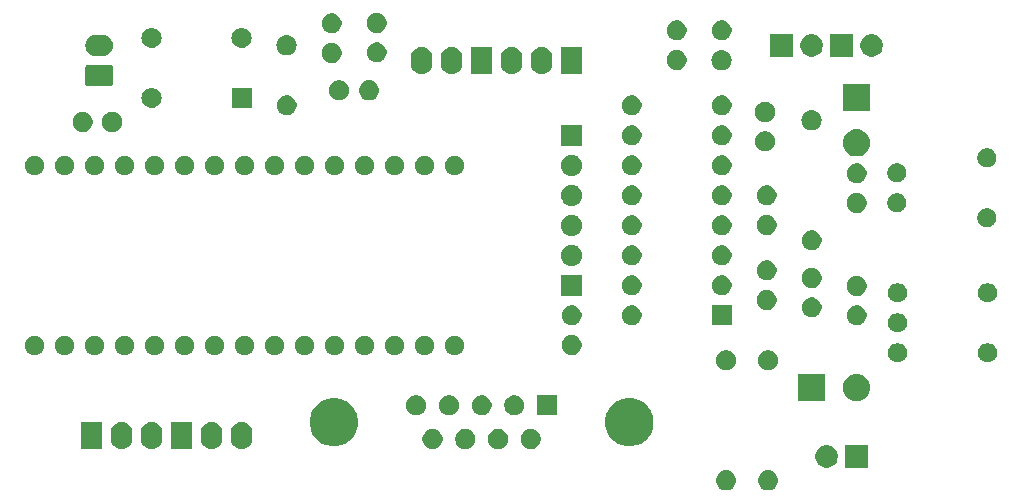
<source format=gbr>
G04 #@! TF.GenerationSoftware,KiCad,Pcbnew,5.0.2-bee76a0~70~ubuntu18.04.1*
G04 #@! TF.CreationDate,2020-01-29T22:32:52+01:00*
G04 #@! TF.ProjectId,opto_board,6f70746f-5f62-46f6-9172-642e6b696361,rev?*
G04 #@! TF.SameCoordinates,Original*
G04 #@! TF.FileFunction,Soldermask,Top*
G04 #@! TF.FilePolarity,Negative*
%FSLAX46Y46*%
G04 Gerber Fmt 4.6, Leading zero omitted, Abs format (unit mm)*
G04 Created by KiCad (PCBNEW 5.0.2-bee76a0~70~ubuntu18.04.1) date ons 29 jan 2020 22:32:52*
%MOMM*%
%LPD*%
G01*
G04 APERTURE LIST*
%ADD10C,0.100000*%
G04 APERTURE END LIST*
D10*
G36*
X138723821Y-107111313D02*
X138723824Y-107111314D01*
X138723825Y-107111314D01*
X138884239Y-107159975D01*
X138884241Y-107159976D01*
X138884244Y-107159977D01*
X139032078Y-107238995D01*
X139161659Y-107345341D01*
X139268005Y-107474922D01*
X139347023Y-107622756D01*
X139395687Y-107783179D01*
X139412117Y-107950000D01*
X139395687Y-108116821D01*
X139347023Y-108277244D01*
X139268005Y-108425078D01*
X139161659Y-108554659D01*
X139032078Y-108661005D01*
X138884244Y-108740023D01*
X138884241Y-108740024D01*
X138884239Y-108740025D01*
X138723825Y-108788686D01*
X138723824Y-108788686D01*
X138723821Y-108788687D01*
X138598804Y-108801000D01*
X138515196Y-108801000D01*
X138390179Y-108788687D01*
X138390176Y-108788686D01*
X138390175Y-108788686D01*
X138229761Y-108740025D01*
X138229759Y-108740024D01*
X138229756Y-108740023D01*
X138081922Y-108661005D01*
X137952341Y-108554659D01*
X137845995Y-108425078D01*
X137766977Y-108277244D01*
X137718313Y-108116821D01*
X137701883Y-107950000D01*
X137718313Y-107783179D01*
X137766977Y-107622756D01*
X137845995Y-107474922D01*
X137952341Y-107345341D01*
X138081922Y-107238995D01*
X138229756Y-107159977D01*
X138229759Y-107159976D01*
X138229761Y-107159975D01*
X138390175Y-107111314D01*
X138390176Y-107111314D01*
X138390179Y-107111313D01*
X138515196Y-107099000D01*
X138598804Y-107099000D01*
X138723821Y-107111313D01*
X138723821Y-107111313D01*
G37*
G36*
X135167821Y-107111313D02*
X135167824Y-107111314D01*
X135167825Y-107111314D01*
X135328239Y-107159975D01*
X135328241Y-107159976D01*
X135328244Y-107159977D01*
X135476078Y-107238995D01*
X135605659Y-107345341D01*
X135712005Y-107474922D01*
X135791023Y-107622756D01*
X135839687Y-107783179D01*
X135856117Y-107950000D01*
X135839687Y-108116821D01*
X135791023Y-108277244D01*
X135712005Y-108425078D01*
X135605659Y-108554659D01*
X135476078Y-108661005D01*
X135328244Y-108740023D01*
X135328241Y-108740024D01*
X135328239Y-108740025D01*
X135167825Y-108788686D01*
X135167824Y-108788686D01*
X135167821Y-108788687D01*
X135042804Y-108801000D01*
X134959196Y-108801000D01*
X134834179Y-108788687D01*
X134834176Y-108788686D01*
X134834175Y-108788686D01*
X134673761Y-108740025D01*
X134673759Y-108740024D01*
X134673756Y-108740023D01*
X134525922Y-108661005D01*
X134396341Y-108554659D01*
X134289995Y-108425078D01*
X134210977Y-108277244D01*
X134162313Y-108116821D01*
X134145883Y-107950000D01*
X134162313Y-107783179D01*
X134210977Y-107622756D01*
X134289995Y-107474922D01*
X134396341Y-107345341D01*
X134525922Y-107238995D01*
X134673756Y-107159977D01*
X134673759Y-107159976D01*
X134673761Y-107159975D01*
X134834175Y-107111314D01*
X134834176Y-107111314D01*
X134834179Y-107111313D01*
X134959196Y-107099000D01*
X135042804Y-107099000D01*
X135167821Y-107111313D01*
X135167821Y-107111313D01*
G37*
G36*
X143787396Y-105003546D02*
X143960466Y-105075234D01*
X144116230Y-105179312D01*
X144248688Y-105311770D01*
X144352766Y-105467534D01*
X144424454Y-105640604D01*
X144461000Y-105824333D01*
X144461000Y-106011667D01*
X144424454Y-106195396D01*
X144352766Y-106368466D01*
X144248688Y-106524230D01*
X144116230Y-106656688D01*
X143960466Y-106760766D01*
X143787396Y-106832454D01*
X143603667Y-106869000D01*
X143416333Y-106869000D01*
X143232604Y-106832454D01*
X143059534Y-106760766D01*
X142903770Y-106656688D01*
X142771312Y-106524230D01*
X142667234Y-106368466D01*
X142595546Y-106195396D01*
X142559000Y-106011667D01*
X142559000Y-105824333D01*
X142595546Y-105640604D01*
X142667234Y-105467534D01*
X142771312Y-105311770D01*
X142903770Y-105179312D01*
X143059534Y-105075234D01*
X143232604Y-105003546D01*
X143416333Y-104967000D01*
X143603667Y-104967000D01*
X143787396Y-105003546D01*
X143787396Y-105003546D01*
G37*
G36*
X147001000Y-106869000D02*
X145099000Y-106869000D01*
X145099000Y-104967000D01*
X147001000Y-104967000D01*
X147001000Y-106869000D01*
X147001000Y-106869000D01*
G37*
G36*
X91620547Y-103002326D02*
X91736286Y-103037435D01*
X91794157Y-103054990D01*
X91815718Y-103066515D01*
X91954155Y-103140511D01*
X92094396Y-103255604D01*
X92209489Y-103395844D01*
X92249298Y-103470321D01*
X92295010Y-103555842D01*
X92305068Y-103589000D01*
X92347674Y-103729452D01*
X92361000Y-103864756D01*
X92361000Y-104415243D01*
X92347674Y-104550548D01*
X92295010Y-104724157D01*
X92209489Y-104884156D01*
X92094396Y-105024396D01*
X91954156Y-105139489D01*
X91935314Y-105149560D01*
X91794158Y-105225010D01*
X91747551Y-105239148D01*
X91620548Y-105277674D01*
X91440000Y-105295456D01*
X91259453Y-105277674D01*
X91132450Y-105239148D01*
X91085843Y-105225010D01*
X90944687Y-105149560D01*
X90925845Y-105139489D01*
X90785605Y-105024396D01*
X90670512Y-104884156D01*
X90630703Y-104809680D01*
X90584990Y-104724158D01*
X90551306Y-104613116D01*
X90532326Y-104550548D01*
X90519000Y-104415244D01*
X90519000Y-103864757D01*
X90532326Y-103729453D01*
X90584990Y-103555844D01*
X90584990Y-103555843D01*
X90616183Y-103497486D01*
X90670511Y-103395845D01*
X90785604Y-103255604D01*
X90925844Y-103140511D01*
X91062685Y-103067368D01*
X91085842Y-103054990D01*
X91143713Y-103037435D01*
X91259452Y-103002326D01*
X91440000Y-102984544D01*
X91620547Y-103002326D01*
X91620547Y-103002326D01*
G37*
G36*
X84000547Y-103002326D02*
X84116286Y-103037435D01*
X84174157Y-103054990D01*
X84195718Y-103066515D01*
X84334155Y-103140511D01*
X84474396Y-103255604D01*
X84589489Y-103395844D01*
X84629298Y-103470321D01*
X84675010Y-103555842D01*
X84685068Y-103589000D01*
X84727674Y-103729452D01*
X84741000Y-103864756D01*
X84741000Y-104415243D01*
X84727674Y-104550548D01*
X84675010Y-104724157D01*
X84589489Y-104884156D01*
X84474396Y-105024396D01*
X84334156Y-105139489D01*
X84315314Y-105149560D01*
X84174158Y-105225010D01*
X84127551Y-105239148D01*
X84000548Y-105277674D01*
X83820000Y-105295456D01*
X83639453Y-105277674D01*
X83512450Y-105239148D01*
X83465843Y-105225010D01*
X83324687Y-105149560D01*
X83305845Y-105139489D01*
X83165605Y-105024396D01*
X83050512Y-104884156D01*
X83010703Y-104809680D01*
X82964990Y-104724158D01*
X82931306Y-104613116D01*
X82912326Y-104550548D01*
X82899000Y-104415244D01*
X82899000Y-103864757D01*
X82912326Y-103729453D01*
X82964990Y-103555844D01*
X82964990Y-103555843D01*
X82996183Y-103497486D01*
X83050511Y-103395845D01*
X83165604Y-103255604D01*
X83305844Y-103140511D01*
X83442685Y-103067368D01*
X83465842Y-103054990D01*
X83523713Y-103037435D01*
X83639452Y-103002326D01*
X83820000Y-102984544D01*
X84000547Y-103002326D01*
X84000547Y-103002326D01*
G37*
G36*
X86540547Y-103002326D02*
X86656286Y-103037435D01*
X86714157Y-103054990D01*
X86735718Y-103066515D01*
X86874155Y-103140511D01*
X87014396Y-103255604D01*
X87129489Y-103395844D01*
X87169298Y-103470321D01*
X87215010Y-103555842D01*
X87225068Y-103589000D01*
X87267674Y-103729452D01*
X87281000Y-103864756D01*
X87281000Y-104415243D01*
X87267674Y-104550548D01*
X87215010Y-104724157D01*
X87129489Y-104884156D01*
X87014396Y-105024396D01*
X86874156Y-105139489D01*
X86855314Y-105149560D01*
X86714158Y-105225010D01*
X86667551Y-105239148D01*
X86540548Y-105277674D01*
X86360000Y-105295456D01*
X86179453Y-105277674D01*
X86052450Y-105239148D01*
X86005843Y-105225010D01*
X85864687Y-105149560D01*
X85845845Y-105139489D01*
X85705605Y-105024396D01*
X85590512Y-104884156D01*
X85550703Y-104809680D01*
X85504990Y-104724158D01*
X85471306Y-104613116D01*
X85452326Y-104550548D01*
X85439000Y-104415244D01*
X85439000Y-103864757D01*
X85452326Y-103729453D01*
X85504990Y-103555844D01*
X85504990Y-103555843D01*
X85536183Y-103497486D01*
X85590511Y-103395845D01*
X85705604Y-103255604D01*
X85845844Y-103140511D01*
X85982685Y-103067368D01*
X86005842Y-103054990D01*
X86063713Y-103037435D01*
X86179452Y-103002326D01*
X86360000Y-102984544D01*
X86540547Y-103002326D01*
X86540547Y-103002326D01*
G37*
G36*
X94160547Y-103002326D02*
X94276286Y-103037435D01*
X94334157Y-103054990D01*
X94355718Y-103066515D01*
X94494155Y-103140511D01*
X94634396Y-103255604D01*
X94749489Y-103395844D01*
X94789298Y-103470321D01*
X94835010Y-103555842D01*
X94845068Y-103589000D01*
X94887674Y-103729452D01*
X94901000Y-103864756D01*
X94901000Y-104415243D01*
X94887674Y-104550548D01*
X94835010Y-104724157D01*
X94749489Y-104884156D01*
X94634396Y-105024396D01*
X94494156Y-105139489D01*
X94475314Y-105149560D01*
X94334158Y-105225010D01*
X94287551Y-105239148D01*
X94160548Y-105277674D01*
X93980000Y-105295456D01*
X93799453Y-105277674D01*
X93672450Y-105239148D01*
X93625843Y-105225010D01*
X93484687Y-105149560D01*
X93465845Y-105139489D01*
X93325605Y-105024396D01*
X93210512Y-104884156D01*
X93170703Y-104809680D01*
X93124990Y-104724158D01*
X93091306Y-104613116D01*
X93072326Y-104550548D01*
X93059000Y-104415244D01*
X93059000Y-103864757D01*
X93072326Y-103729453D01*
X93124990Y-103555844D01*
X93124990Y-103555843D01*
X93156183Y-103497486D01*
X93210511Y-103395845D01*
X93325604Y-103255604D01*
X93465844Y-103140511D01*
X93602685Y-103067368D01*
X93625842Y-103054990D01*
X93683713Y-103037435D01*
X93799452Y-103002326D01*
X93980000Y-102984544D01*
X94160547Y-103002326D01*
X94160547Y-103002326D01*
G37*
G36*
X82059560Y-102992966D02*
X82092383Y-103002923D01*
X82122632Y-103019092D01*
X82149148Y-103040852D01*
X82170908Y-103067368D01*
X82187077Y-103097617D01*
X82197034Y-103130440D01*
X82201000Y-103170712D01*
X82201000Y-105109288D01*
X82197034Y-105149560D01*
X82187077Y-105182383D01*
X82170908Y-105212632D01*
X82149148Y-105239148D01*
X82122632Y-105260908D01*
X82092383Y-105277077D01*
X82059560Y-105287034D01*
X82019288Y-105291000D01*
X80540712Y-105291000D01*
X80500440Y-105287034D01*
X80467617Y-105277077D01*
X80437368Y-105260908D01*
X80410852Y-105239148D01*
X80389092Y-105212632D01*
X80372923Y-105182383D01*
X80362966Y-105149560D01*
X80359000Y-105109288D01*
X80359000Y-103170712D01*
X80362966Y-103130440D01*
X80372923Y-103097617D01*
X80389092Y-103067368D01*
X80410852Y-103040852D01*
X80437368Y-103019092D01*
X80467617Y-103002923D01*
X80500440Y-102992966D01*
X80540712Y-102989000D01*
X82019288Y-102989000D01*
X82059560Y-102992966D01*
X82059560Y-102992966D01*
G37*
G36*
X89679560Y-102992966D02*
X89712383Y-103002923D01*
X89742632Y-103019092D01*
X89769148Y-103040852D01*
X89790908Y-103067368D01*
X89807077Y-103097617D01*
X89817034Y-103130440D01*
X89821000Y-103170712D01*
X89821000Y-105109288D01*
X89817034Y-105149560D01*
X89807077Y-105182383D01*
X89790908Y-105212632D01*
X89769148Y-105239148D01*
X89742632Y-105260908D01*
X89712383Y-105277077D01*
X89679560Y-105287034D01*
X89639288Y-105291000D01*
X88160712Y-105291000D01*
X88120440Y-105287034D01*
X88087617Y-105277077D01*
X88057368Y-105260908D01*
X88030852Y-105239148D01*
X88009092Y-105212632D01*
X87992923Y-105182383D01*
X87982966Y-105149560D01*
X87979000Y-105109288D01*
X87979000Y-103170712D01*
X87982966Y-103130440D01*
X87992923Y-103097617D01*
X88009092Y-103067368D01*
X88030852Y-103040852D01*
X88057368Y-103019092D01*
X88087617Y-103002923D01*
X88120440Y-102992966D01*
X88160712Y-102989000D01*
X89639288Y-102989000D01*
X89679560Y-102992966D01*
X89679560Y-102992966D01*
G37*
G36*
X118703228Y-103621703D02*
X118858100Y-103685853D01*
X118997481Y-103778985D01*
X119116015Y-103897519D01*
X119209147Y-104036900D01*
X119273297Y-104191772D01*
X119306000Y-104356184D01*
X119306000Y-104523816D01*
X119273297Y-104688228D01*
X119209147Y-104843100D01*
X119116015Y-104982481D01*
X118997481Y-105101015D01*
X118858100Y-105194147D01*
X118703228Y-105258297D01*
X118538816Y-105291000D01*
X118371184Y-105291000D01*
X118206772Y-105258297D01*
X118051900Y-105194147D01*
X117912519Y-105101015D01*
X117793985Y-104982481D01*
X117700853Y-104843100D01*
X117636703Y-104688228D01*
X117604000Y-104523816D01*
X117604000Y-104356184D01*
X117636703Y-104191772D01*
X117700853Y-104036900D01*
X117793985Y-103897519D01*
X117912519Y-103778985D01*
X118051900Y-103685853D01*
X118206772Y-103621703D01*
X118371184Y-103589000D01*
X118538816Y-103589000D01*
X118703228Y-103621703D01*
X118703228Y-103621703D01*
G37*
G36*
X115933228Y-103621703D02*
X116088100Y-103685853D01*
X116227481Y-103778985D01*
X116346015Y-103897519D01*
X116439147Y-104036900D01*
X116503297Y-104191772D01*
X116536000Y-104356184D01*
X116536000Y-104523816D01*
X116503297Y-104688228D01*
X116439147Y-104843100D01*
X116346015Y-104982481D01*
X116227481Y-105101015D01*
X116088100Y-105194147D01*
X115933228Y-105258297D01*
X115768816Y-105291000D01*
X115601184Y-105291000D01*
X115436772Y-105258297D01*
X115281900Y-105194147D01*
X115142519Y-105101015D01*
X115023985Y-104982481D01*
X114930853Y-104843100D01*
X114866703Y-104688228D01*
X114834000Y-104523816D01*
X114834000Y-104356184D01*
X114866703Y-104191772D01*
X114930853Y-104036900D01*
X115023985Y-103897519D01*
X115142519Y-103778985D01*
X115281900Y-103685853D01*
X115436772Y-103621703D01*
X115601184Y-103589000D01*
X115768816Y-103589000D01*
X115933228Y-103621703D01*
X115933228Y-103621703D01*
G37*
G36*
X113163228Y-103621703D02*
X113318100Y-103685853D01*
X113457481Y-103778985D01*
X113576015Y-103897519D01*
X113669147Y-104036900D01*
X113733297Y-104191772D01*
X113766000Y-104356184D01*
X113766000Y-104523816D01*
X113733297Y-104688228D01*
X113669147Y-104843100D01*
X113576015Y-104982481D01*
X113457481Y-105101015D01*
X113318100Y-105194147D01*
X113163228Y-105258297D01*
X112998816Y-105291000D01*
X112831184Y-105291000D01*
X112666772Y-105258297D01*
X112511900Y-105194147D01*
X112372519Y-105101015D01*
X112253985Y-104982481D01*
X112160853Y-104843100D01*
X112096703Y-104688228D01*
X112064000Y-104523816D01*
X112064000Y-104356184D01*
X112096703Y-104191772D01*
X112160853Y-104036900D01*
X112253985Y-103897519D01*
X112372519Y-103778985D01*
X112511900Y-103685853D01*
X112666772Y-103621703D01*
X112831184Y-103589000D01*
X112998816Y-103589000D01*
X113163228Y-103621703D01*
X113163228Y-103621703D01*
G37*
G36*
X110393228Y-103621703D02*
X110548100Y-103685853D01*
X110687481Y-103778985D01*
X110806015Y-103897519D01*
X110899147Y-104036900D01*
X110963297Y-104191772D01*
X110996000Y-104356184D01*
X110996000Y-104523816D01*
X110963297Y-104688228D01*
X110899147Y-104843100D01*
X110806015Y-104982481D01*
X110687481Y-105101015D01*
X110548100Y-105194147D01*
X110393228Y-105258297D01*
X110228816Y-105291000D01*
X110061184Y-105291000D01*
X109896772Y-105258297D01*
X109741900Y-105194147D01*
X109602519Y-105101015D01*
X109483985Y-104982481D01*
X109390853Y-104843100D01*
X109326703Y-104688228D01*
X109294000Y-104523816D01*
X109294000Y-104356184D01*
X109326703Y-104191772D01*
X109390853Y-104036900D01*
X109483985Y-103897519D01*
X109602519Y-103778985D01*
X109741900Y-103685853D01*
X109896772Y-103621703D01*
X110061184Y-103589000D01*
X110228816Y-103589000D01*
X110393228Y-103621703D01*
X110393228Y-103621703D01*
G37*
G36*
X127398252Y-101047818D02*
X127398254Y-101047819D01*
X127398255Y-101047819D01*
X127771513Y-101202427D01*
X127808289Y-101227000D01*
X128107439Y-101426886D01*
X128393114Y-101712561D01*
X128393116Y-101712564D01*
X128617573Y-102048487D01*
X128744181Y-102354147D01*
X128772182Y-102421748D01*
X128851000Y-102817993D01*
X128851000Y-103222007D01*
X128778001Y-103589000D01*
X128772181Y-103618255D01*
X128617573Y-103991513D01*
X128617572Y-103991514D01*
X128393114Y-104327439D01*
X128107439Y-104613114D01*
X128107436Y-104613116D01*
X127771513Y-104837573D01*
X127398255Y-104992181D01*
X127398254Y-104992181D01*
X127398252Y-104992182D01*
X127002007Y-105071000D01*
X126597993Y-105071000D01*
X126201748Y-104992182D01*
X126201746Y-104992181D01*
X126201745Y-104992181D01*
X125828487Y-104837573D01*
X125492564Y-104613116D01*
X125492561Y-104613114D01*
X125206886Y-104327439D01*
X124982428Y-103991514D01*
X124982427Y-103991513D01*
X124827819Y-103618255D01*
X124822000Y-103589000D01*
X124749000Y-103222007D01*
X124749000Y-102817993D01*
X124827818Y-102421748D01*
X124855819Y-102354147D01*
X124982427Y-102048487D01*
X125206884Y-101712564D01*
X125206886Y-101712561D01*
X125492561Y-101426886D01*
X125791711Y-101227000D01*
X125828487Y-101202427D01*
X126201745Y-101047819D01*
X126201746Y-101047819D01*
X126201748Y-101047818D01*
X126597993Y-100969000D01*
X127002007Y-100969000D01*
X127398252Y-101047818D01*
X127398252Y-101047818D01*
G37*
G36*
X102398252Y-101047818D02*
X102398254Y-101047819D01*
X102398255Y-101047819D01*
X102771513Y-101202427D01*
X102808289Y-101227000D01*
X103107439Y-101426886D01*
X103393114Y-101712561D01*
X103393116Y-101712564D01*
X103617573Y-102048487D01*
X103744181Y-102354147D01*
X103772182Y-102421748D01*
X103851000Y-102817993D01*
X103851000Y-103222007D01*
X103778001Y-103589000D01*
X103772181Y-103618255D01*
X103617573Y-103991513D01*
X103617572Y-103991514D01*
X103393114Y-104327439D01*
X103107439Y-104613114D01*
X103107436Y-104613116D01*
X102771513Y-104837573D01*
X102398255Y-104992181D01*
X102398254Y-104992181D01*
X102398252Y-104992182D01*
X102002007Y-105071000D01*
X101597993Y-105071000D01*
X101201748Y-104992182D01*
X101201746Y-104992181D01*
X101201745Y-104992181D01*
X100828487Y-104837573D01*
X100492564Y-104613116D01*
X100492561Y-104613114D01*
X100206886Y-104327439D01*
X99982428Y-103991514D01*
X99982427Y-103991513D01*
X99827819Y-103618255D01*
X99822000Y-103589000D01*
X99749000Y-103222007D01*
X99749000Y-102817993D01*
X99827818Y-102421748D01*
X99855819Y-102354147D01*
X99982427Y-102048487D01*
X100206884Y-101712564D01*
X100206886Y-101712561D01*
X100492561Y-101426886D01*
X100791711Y-101227000D01*
X100828487Y-101202427D01*
X101201745Y-101047819D01*
X101201746Y-101047819D01*
X101201748Y-101047818D01*
X101597993Y-100969000D01*
X102002007Y-100969000D01*
X102398252Y-101047818D01*
X102398252Y-101047818D01*
G37*
G36*
X120691000Y-102451000D02*
X118989000Y-102451000D01*
X118989000Y-100749000D01*
X120691000Y-100749000D01*
X120691000Y-102451000D01*
X120691000Y-102451000D01*
G37*
G36*
X109008228Y-100781703D02*
X109163100Y-100845853D01*
X109302481Y-100938985D01*
X109421015Y-101057519D01*
X109514147Y-101196900D01*
X109578297Y-101351772D01*
X109611000Y-101516184D01*
X109611000Y-101683816D01*
X109578297Y-101848228D01*
X109514147Y-102003100D01*
X109421015Y-102142481D01*
X109302481Y-102261015D01*
X109163100Y-102354147D01*
X109008228Y-102418297D01*
X108843816Y-102451000D01*
X108676184Y-102451000D01*
X108511772Y-102418297D01*
X108356900Y-102354147D01*
X108217519Y-102261015D01*
X108098985Y-102142481D01*
X108005853Y-102003100D01*
X107941703Y-101848228D01*
X107909000Y-101683816D01*
X107909000Y-101516184D01*
X107941703Y-101351772D01*
X108005853Y-101196900D01*
X108098985Y-101057519D01*
X108217519Y-100938985D01*
X108356900Y-100845853D01*
X108511772Y-100781703D01*
X108676184Y-100749000D01*
X108843816Y-100749000D01*
X109008228Y-100781703D01*
X109008228Y-100781703D01*
G37*
G36*
X111778228Y-100781703D02*
X111933100Y-100845853D01*
X112072481Y-100938985D01*
X112191015Y-101057519D01*
X112284147Y-101196900D01*
X112348297Y-101351772D01*
X112381000Y-101516184D01*
X112381000Y-101683816D01*
X112348297Y-101848228D01*
X112284147Y-102003100D01*
X112191015Y-102142481D01*
X112072481Y-102261015D01*
X111933100Y-102354147D01*
X111778228Y-102418297D01*
X111613816Y-102451000D01*
X111446184Y-102451000D01*
X111281772Y-102418297D01*
X111126900Y-102354147D01*
X110987519Y-102261015D01*
X110868985Y-102142481D01*
X110775853Y-102003100D01*
X110711703Y-101848228D01*
X110679000Y-101683816D01*
X110679000Y-101516184D01*
X110711703Y-101351772D01*
X110775853Y-101196900D01*
X110868985Y-101057519D01*
X110987519Y-100938985D01*
X111126900Y-100845853D01*
X111281772Y-100781703D01*
X111446184Y-100749000D01*
X111613816Y-100749000D01*
X111778228Y-100781703D01*
X111778228Y-100781703D01*
G37*
G36*
X114548228Y-100781703D02*
X114703100Y-100845853D01*
X114842481Y-100938985D01*
X114961015Y-101057519D01*
X115054147Y-101196900D01*
X115118297Y-101351772D01*
X115151000Y-101516184D01*
X115151000Y-101683816D01*
X115118297Y-101848228D01*
X115054147Y-102003100D01*
X114961015Y-102142481D01*
X114842481Y-102261015D01*
X114703100Y-102354147D01*
X114548228Y-102418297D01*
X114383816Y-102451000D01*
X114216184Y-102451000D01*
X114051772Y-102418297D01*
X113896900Y-102354147D01*
X113757519Y-102261015D01*
X113638985Y-102142481D01*
X113545853Y-102003100D01*
X113481703Y-101848228D01*
X113449000Y-101683816D01*
X113449000Y-101516184D01*
X113481703Y-101351772D01*
X113545853Y-101196900D01*
X113638985Y-101057519D01*
X113757519Y-100938985D01*
X113896900Y-100845853D01*
X114051772Y-100781703D01*
X114216184Y-100749000D01*
X114383816Y-100749000D01*
X114548228Y-100781703D01*
X114548228Y-100781703D01*
G37*
G36*
X117318228Y-100781703D02*
X117473100Y-100845853D01*
X117612481Y-100938985D01*
X117731015Y-101057519D01*
X117824147Y-101196900D01*
X117888297Y-101351772D01*
X117921000Y-101516184D01*
X117921000Y-101683816D01*
X117888297Y-101848228D01*
X117824147Y-102003100D01*
X117731015Y-102142481D01*
X117612481Y-102261015D01*
X117473100Y-102354147D01*
X117318228Y-102418297D01*
X117153816Y-102451000D01*
X116986184Y-102451000D01*
X116821772Y-102418297D01*
X116666900Y-102354147D01*
X116527519Y-102261015D01*
X116408985Y-102142481D01*
X116315853Y-102003100D01*
X116251703Y-101848228D01*
X116219000Y-101683816D01*
X116219000Y-101516184D01*
X116251703Y-101351772D01*
X116315853Y-101196900D01*
X116408985Y-101057519D01*
X116527519Y-100938985D01*
X116666900Y-100845853D01*
X116821772Y-100781703D01*
X116986184Y-100749000D01*
X117153816Y-100749000D01*
X117318228Y-100781703D01*
X117318228Y-100781703D01*
G37*
G36*
X146174180Y-98931662D02*
X146275635Y-98941654D01*
X146492600Y-99007470D01*
X146492602Y-99007471D01*
X146492605Y-99007472D01*
X146692556Y-99114347D01*
X146867818Y-99258182D01*
X147011653Y-99433444D01*
X147118528Y-99633395D01*
X147118529Y-99633398D01*
X147118530Y-99633400D01*
X147184346Y-99850365D01*
X147206569Y-100076000D01*
X147184346Y-100301635D01*
X147118530Y-100518600D01*
X147118528Y-100518605D01*
X147011653Y-100718556D01*
X146867818Y-100893818D01*
X146692556Y-101037653D01*
X146492605Y-101144528D01*
X146492602Y-101144529D01*
X146492600Y-101144530D01*
X146275635Y-101210346D01*
X146174180Y-101220338D01*
X146106545Y-101227000D01*
X145993455Y-101227000D01*
X145925820Y-101220338D01*
X145824365Y-101210346D01*
X145607400Y-101144530D01*
X145607398Y-101144529D01*
X145607395Y-101144528D01*
X145407444Y-101037653D01*
X145232182Y-100893818D01*
X145088347Y-100718556D01*
X144981472Y-100518605D01*
X144981470Y-100518600D01*
X144915654Y-100301635D01*
X144893431Y-100076000D01*
X144915654Y-99850365D01*
X144981470Y-99633400D01*
X144981471Y-99633398D01*
X144981472Y-99633395D01*
X145088347Y-99433444D01*
X145232182Y-99258182D01*
X145407444Y-99114347D01*
X145607395Y-99007472D01*
X145607398Y-99007471D01*
X145607400Y-99007470D01*
X145824365Y-98941654D01*
X145925820Y-98931662D01*
X145993455Y-98925000D01*
X146106545Y-98925000D01*
X146174180Y-98931662D01*
X146174180Y-98931662D01*
G37*
G36*
X143391000Y-101227000D02*
X141089000Y-101227000D01*
X141089000Y-98925000D01*
X143391000Y-98925000D01*
X143391000Y-101227000D01*
X143391000Y-101227000D01*
G37*
G36*
X138805228Y-96971703D02*
X138960100Y-97035853D01*
X139099481Y-97128985D01*
X139218015Y-97247519D01*
X139311147Y-97386900D01*
X139375297Y-97541772D01*
X139408000Y-97706184D01*
X139408000Y-97873816D01*
X139375297Y-98038228D01*
X139311147Y-98193100D01*
X139218015Y-98332481D01*
X139099481Y-98451015D01*
X138960100Y-98544147D01*
X138805228Y-98608297D01*
X138640816Y-98641000D01*
X138473184Y-98641000D01*
X138308772Y-98608297D01*
X138153900Y-98544147D01*
X138014519Y-98451015D01*
X137895985Y-98332481D01*
X137802853Y-98193100D01*
X137738703Y-98038228D01*
X137706000Y-97873816D01*
X137706000Y-97706184D01*
X137738703Y-97541772D01*
X137802853Y-97386900D01*
X137895985Y-97247519D01*
X138014519Y-97128985D01*
X138153900Y-97035853D01*
X138308772Y-96971703D01*
X138473184Y-96939000D01*
X138640816Y-96939000D01*
X138805228Y-96971703D01*
X138805228Y-96971703D01*
G37*
G36*
X135249228Y-96971703D02*
X135404100Y-97035853D01*
X135543481Y-97128985D01*
X135662015Y-97247519D01*
X135755147Y-97386900D01*
X135819297Y-97541772D01*
X135852000Y-97706184D01*
X135852000Y-97873816D01*
X135819297Y-98038228D01*
X135755147Y-98193100D01*
X135662015Y-98332481D01*
X135543481Y-98451015D01*
X135404100Y-98544147D01*
X135249228Y-98608297D01*
X135084816Y-98641000D01*
X134917184Y-98641000D01*
X134752772Y-98608297D01*
X134597900Y-98544147D01*
X134458519Y-98451015D01*
X134339985Y-98332481D01*
X134246853Y-98193100D01*
X134182703Y-98038228D01*
X134150000Y-97873816D01*
X134150000Y-97706184D01*
X134182703Y-97541772D01*
X134246853Y-97386900D01*
X134339985Y-97247519D01*
X134458519Y-97128985D01*
X134597900Y-97035853D01*
X134752772Y-96971703D01*
X134917184Y-96939000D01*
X135084816Y-96939000D01*
X135249228Y-96971703D01*
X135249228Y-96971703D01*
G37*
G36*
X149747142Y-96373242D02*
X149895102Y-96434530D01*
X150028258Y-96523502D01*
X150141498Y-96636742D01*
X150230470Y-96769898D01*
X150291758Y-96917858D01*
X150323000Y-97074925D01*
X150323000Y-97235075D01*
X150291758Y-97392142D01*
X150230470Y-97540102D01*
X150141498Y-97673258D01*
X150028258Y-97786498D01*
X149895102Y-97875470D01*
X149747142Y-97936758D01*
X149590075Y-97968000D01*
X149429925Y-97968000D01*
X149272858Y-97936758D01*
X149124898Y-97875470D01*
X148991742Y-97786498D01*
X148878502Y-97673258D01*
X148789530Y-97540102D01*
X148728242Y-97392142D01*
X148697000Y-97235075D01*
X148697000Y-97074925D01*
X148728242Y-96917858D01*
X148789530Y-96769898D01*
X148878502Y-96636742D01*
X148991742Y-96523502D01*
X149124898Y-96434530D01*
X149272858Y-96373242D01*
X149429925Y-96342000D01*
X149590075Y-96342000D01*
X149747142Y-96373242D01*
X149747142Y-96373242D01*
G37*
G36*
X157367142Y-96373242D02*
X157515102Y-96434530D01*
X157648258Y-96523502D01*
X157761498Y-96636742D01*
X157850470Y-96769898D01*
X157911758Y-96917858D01*
X157943000Y-97074925D01*
X157943000Y-97235075D01*
X157911758Y-97392142D01*
X157850470Y-97540102D01*
X157761498Y-97673258D01*
X157648258Y-97786498D01*
X157515102Y-97875470D01*
X157367142Y-97936758D01*
X157210075Y-97968000D01*
X157049925Y-97968000D01*
X156892858Y-97936758D01*
X156744898Y-97875470D01*
X156611742Y-97786498D01*
X156498502Y-97673258D01*
X156409530Y-97540102D01*
X156348242Y-97392142D01*
X156317000Y-97235075D01*
X156317000Y-97074925D01*
X156348242Y-96917858D01*
X156409530Y-96769898D01*
X156498502Y-96636742D01*
X156611742Y-96523502D01*
X156744898Y-96434530D01*
X156892858Y-96373242D01*
X157049925Y-96342000D01*
X157210075Y-96342000D01*
X157367142Y-96373242D01*
X157367142Y-96373242D01*
G37*
G36*
X84307142Y-95738242D02*
X84455102Y-95799530D01*
X84588258Y-95888502D01*
X84701498Y-96001742D01*
X84790470Y-96134898D01*
X84851758Y-96282858D01*
X84883000Y-96439925D01*
X84883000Y-96600075D01*
X84851758Y-96757142D01*
X84790470Y-96905102D01*
X84767820Y-96939000D01*
X84703105Y-97035854D01*
X84701498Y-97038258D01*
X84588258Y-97151498D01*
X84455102Y-97240470D01*
X84455101Y-97240471D01*
X84455100Y-97240471D01*
X84421583Y-97254354D01*
X84307142Y-97301758D01*
X84150075Y-97333000D01*
X83989925Y-97333000D01*
X83832858Y-97301758D01*
X83718417Y-97254354D01*
X83684900Y-97240471D01*
X83684899Y-97240471D01*
X83684898Y-97240470D01*
X83551742Y-97151498D01*
X83438502Y-97038258D01*
X83436896Y-97035854D01*
X83372180Y-96939000D01*
X83349530Y-96905102D01*
X83288242Y-96757142D01*
X83257000Y-96600075D01*
X83257000Y-96439925D01*
X83288242Y-96282858D01*
X83349530Y-96134898D01*
X83438502Y-96001742D01*
X83551742Y-95888502D01*
X83684898Y-95799530D01*
X83832858Y-95738242D01*
X83989925Y-95707000D01*
X84150075Y-95707000D01*
X84307142Y-95738242D01*
X84307142Y-95738242D01*
G37*
G36*
X79227142Y-95738242D02*
X79375102Y-95799530D01*
X79508258Y-95888502D01*
X79621498Y-96001742D01*
X79710470Y-96134898D01*
X79771758Y-96282858D01*
X79803000Y-96439925D01*
X79803000Y-96600075D01*
X79771758Y-96757142D01*
X79710470Y-96905102D01*
X79687820Y-96939000D01*
X79623105Y-97035854D01*
X79621498Y-97038258D01*
X79508258Y-97151498D01*
X79375102Y-97240470D01*
X79375101Y-97240471D01*
X79375100Y-97240471D01*
X79341583Y-97254354D01*
X79227142Y-97301758D01*
X79070075Y-97333000D01*
X78909925Y-97333000D01*
X78752858Y-97301758D01*
X78638417Y-97254354D01*
X78604900Y-97240471D01*
X78604899Y-97240471D01*
X78604898Y-97240470D01*
X78471742Y-97151498D01*
X78358502Y-97038258D01*
X78356896Y-97035854D01*
X78292180Y-96939000D01*
X78269530Y-96905102D01*
X78208242Y-96757142D01*
X78177000Y-96600075D01*
X78177000Y-96439925D01*
X78208242Y-96282858D01*
X78269530Y-96134898D01*
X78358502Y-96001742D01*
X78471742Y-95888502D01*
X78604898Y-95799530D01*
X78752858Y-95738242D01*
X78909925Y-95707000D01*
X79070075Y-95707000D01*
X79227142Y-95738242D01*
X79227142Y-95738242D01*
G37*
G36*
X81767142Y-95738242D02*
X81915102Y-95799530D01*
X82048258Y-95888502D01*
X82161498Y-96001742D01*
X82250470Y-96134898D01*
X82311758Y-96282858D01*
X82343000Y-96439925D01*
X82343000Y-96600075D01*
X82311758Y-96757142D01*
X82250470Y-96905102D01*
X82227820Y-96939000D01*
X82163105Y-97035854D01*
X82161498Y-97038258D01*
X82048258Y-97151498D01*
X81915102Y-97240470D01*
X81915101Y-97240471D01*
X81915100Y-97240471D01*
X81881583Y-97254354D01*
X81767142Y-97301758D01*
X81610075Y-97333000D01*
X81449925Y-97333000D01*
X81292858Y-97301758D01*
X81178417Y-97254354D01*
X81144900Y-97240471D01*
X81144899Y-97240471D01*
X81144898Y-97240470D01*
X81011742Y-97151498D01*
X80898502Y-97038258D01*
X80896896Y-97035854D01*
X80832180Y-96939000D01*
X80809530Y-96905102D01*
X80748242Y-96757142D01*
X80717000Y-96600075D01*
X80717000Y-96439925D01*
X80748242Y-96282858D01*
X80809530Y-96134898D01*
X80898502Y-96001742D01*
X81011742Y-95888502D01*
X81144898Y-95799530D01*
X81292858Y-95738242D01*
X81449925Y-95707000D01*
X81610075Y-95707000D01*
X81767142Y-95738242D01*
X81767142Y-95738242D01*
G37*
G36*
X86847142Y-95738242D02*
X86995102Y-95799530D01*
X87128258Y-95888502D01*
X87241498Y-96001742D01*
X87330470Y-96134898D01*
X87391758Y-96282858D01*
X87423000Y-96439925D01*
X87423000Y-96600075D01*
X87391758Y-96757142D01*
X87330470Y-96905102D01*
X87307820Y-96939000D01*
X87243105Y-97035854D01*
X87241498Y-97038258D01*
X87128258Y-97151498D01*
X86995102Y-97240470D01*
X86995101Y-97240471D01*
X86995100Y-97240471D01*
X86961583Y-97254354D01*
X86847142Y-97301758D01*
X86690075Y-97333000D01*
X86529925Y-97333000D01*
X86372858Y-97301758D01*
X86258417Y-97254354D01*
X86224900Y-97240471D01*
X86224899Y-97240471D01*
X86224898Y-97240470D01*
X86091742Y-97151498D01*
X85978502Y-97038258D01*
X85976896Y-97035854D01*
X85912180Y-96939000D01*
X85889530Y-96905102D01*
X85828242Y-96757142D01*
X85797000Y-96600075D01*
X85797000Y-96439925D01*
X85828242Y-96282858D01*
X85889530Y-96134898D01*
X85978502Y-96001742D01*
X86091742Y-95888502D01*
X86224898Y-95799530D01*
X86372858Y-95738242D01*
X86529925Y-95707000D01*
X86690075Y-95707000D01*
X86847142Y-95738242D01*
X86847142Y-95738242D01*
G37*
G36*
X89387142Y-95738242D02*
X89535102Y-95799530D01*
X89668258Y-95888502D01*
X89781498Y-96001742D01*
X89870470Y-96134898D01*
X89931758Y-96282858D01*
X89963000Y-96439925D01*
X89963000Y-96600075D01*
X89931758Y-96757142D01*
X89870470Y-96905102D01*
X89847820Y-96939000D01*
X89783105Y-97035854D01*
X89781498Y-97038258D01*
X89668258Y-97151498D01*
X89535102Y-97240470D01*
X89535101Y-97240471D01*
X89535100Y-97240471D01*
X89501583Y-97254354D01*
X89387142Y-97301758D01*
X89230075Y-97333000D01*
X89069925Y-97333000D01*
X88912858Y-97301758D01*
X88798417Y-97254354D01*
X88764900Y-97240471D01*
X88764899Y-97240471D01*
X88764898Y-97240470D01*
X88631742Y-97151498D01*
X88518502Y-97038258D01*
X88516896Y-97035854D01*
X88452180Y-96939000D01*
X88429530Y-96905102D01*
X88368242Y-96757142D01*
X88337000Y-96600075D01*
X88337000Y-96439925D01*
X88368242Y-96282858D01*
X88429530Y-96134898D01*
X88518502Y-96001742D01*
X88631742Y-95888502D01*
X88764898Y-95799530D01*
X88912858Y-95738242D01*
X89069925Y-95707000D01*
X89230075Y-95707000D01*
X89387142Y-95738242D01*
X89387142Y-95738242D01*
G37*
G36*
X91927142Y-95738242D02*
X92075102Y-95799530D01*
X92208258Y-95888502D01*
X92321498Y-96001742D01*
X92410470Y-96134898D01*
X92471758Y-96282858D01*
X92503000Y-96439925D01*
X92503000Y-96600075D01*
X92471758Y-96757142D01*
X92410470Y-96905102D01*
X92387820Y-96939000D01*
X92323105Y-97035854D01*
X92321498Y-97038258D01*
X92208258Y-97151498D01*
X92075102Y-97240470D01*
X92075101Y-97240471D01*
X92075100Y-97240471D01*
X92041583Y-97254354D01*
X91927142Y-97301758D01*
X91770075Y-97333000D01*
X91609925Y-97333000D01*
X91452858Y-97301758D01*
X91338417Y-97254354D01*
X91304900Y-97240471D01*
X91304899Y-97240471D01*
X91304898Y-97240470D01*
X91171742Y-97151498D01*
X91058502Y-97038258D01*
X91056896Y-97035854D01*
X90992180Y-96939000D01*
X90969530Y-96905102D01*
X90908242Y-96757142D01*
X90877000Y-96600075D01*
X90877000Y-96439925D01*
X90908242Y-96282858D01*
X90969530Y-96134898D01*
X91058502Y-96001742D01*
X91171742Y-95888502D01*
X91304898Y-95799530D01*
X91452858Y-95738242D01*
X91609925Y-95707000D01*
X91770075Y-95707000D01*
X91927142Y-95738242D01*
X91927142Y-95738242D01*
G37*
G36*
X94467142Y-95738242D02*
X94615102Y-95799530D01*
X94748258Y-95888502D01*
X94861498Y-96001742D01*
X94950470Y-96134898D01*
X95011758Y-96282858D01*
X95043000Y-96439925D01*
X95043000Y-96600075D01*
X95011758Y-96757142D01*
X94950470Y-96905102D01*
X94927820Y-96939000D01*
X94863105Y-97035854D01*
X94861498Y-97038258D01*
X94748258Y-97151498D01*
X94615102Y-97240470D01*
X94615101Y-97240471D01*
X94615100Y-97240471D01*
X94581583Y-97254354D01*
X94467142Y-97301758D01*
X94310075Y-97333000D01*
X94149925Y-97333000D01*
X93992858Y-97301758D01*
X93878417Y-97254354D01*
X93844900Y-97240471D01*
X93844899Y-97240471D01*
X93844898Y-97240470D01*
X93711742Y-97151498D01*
X93598502Y-97038258D01*
X93596896Y-97035854D01*
X93532180Y-96939000D01*
X93509530Y-96905102D01*
X93448242Y-96757142D01*
X93417000Y-96600075D01*
X93417000Y-96439925D01*
X93448242Y-96282858D01*
X93509530Y-96134898D01*
X93598502Y-96001742D01*
X93711742Y-95888502D01*
X93844898Y-95799530D01*
X93992858Y-95738242D01*
X94149925Y-95707000D01*
X94310075Y-95707000D01*
X94467142Y-95738242D01*
X94467142Y-95738242D01*
G37*
G36*
X99547142Y-95738242D02*
X99695102Y-95799530D01*
X99828258Y-95888502D01*
X99941498Y-96001742D01*
X100030470Y-96134898D01*
X100091758Y-96282858D01*
X100123000Y-96439925D01*
X100123000Y-96600075D01*
X100091758Y-96757142D01*
X100030470Y-96905102D01*
X100007820Y-96939000D01*
X99943105Y-97035854D01*
X99941498Y-97038258D01*
X99828258Y-97151498D01*
X99695102Y-97240470D01*
X99695101Y-97240471D01*
X99695100Y-97240471D01*
X99661583Y-97254354D01*
X99547142Y-97301758D01*
X99390075Y-97333000D01*
X99229925Y-97333000D01*
X99072858Y-97301758D01*
X98958417Y-97254354D01*
X98924900Y-97240471D01*
X98924899Y-97240471D01*
X98924898Y-97240470D01*
X98791742Y-97151498D01*
X98678502Y-97038258D01*
X98676896Y-97035854D01*
X98612180Y-96939000D01*
X98589530Y-96905102D01*
X98528242Y-96757142D01*
X98497000Y-96600075D01*
X98497000Y-96439925D01*
X98528242Y-96282858D01*
X98589530Y-96134898D01*
X98678502Y-96001742D01*
X98791742Y-95888502D01*
X98924898Y-95799530D01*
X99072858Y-95738242D01*
X99229925Y-95707000D01*
X99390075Y-95707000D01*
X99547142Y-95738242D01*
X99547142Y-95738242D01*
G37*
G36*
X97007142Y-95738242D02*
X97155102Y-95799530D01*
X97288258Y-95888502D01*
X97401498Y-96001742D01*
X97490470Y-96134898D01*
X97551758Y-96282858D01*
X97583000Y-96439925D01*
X97583000Y-96600075D01*
X97551758Y-96757142D01*
X97490470Y-96905102D01*
X97467820Y-96939000D01*
X97403105Y-97035854D01*
X97401498Y-97038258D01*
X97288258Y-97151498D01*
X97155102Y-97240470D01*
X97155101Y-97240471D01*
X97155100Y-97240471D01*
X97121583Y-97254354D01*
X97007142Y-97301758D01*
X96850075Y-97333000D01*
X96689925Y-97333000D01*
X96532858Y-97301758D01*
X96418417Y-97254354D01*
X96384900Y-97240471D01*
X96384899Y-97240471D01*
X96384898Y-97240470D01*
X96251742Y-97151498D01*
X96138502Y-97038258D01*
X96136896Y-97035854D01*
X96072180Y-96939000D01*
X96049530Y-96905102D01*
X95988242Y-96757142D01*
X95957000Y-96600075D01*
X95957000Y-96439925D01*
X95988242Y-96282858D01*
X96049530Y-96134898D01*
X96138502Y-96001742D01*
X96251742Y-95888502D01*
X96384898Y-95799530D01*
X96532858Y-95738242D01*
X96689925Y-95707000D01*
X96850075Y-95707000D01*
X97007142Y-95738242D01*
X97007142Y-95738242D01*
G37*
G36*
X112247142Y-95738242D02*
X112395102Y-95799530D01*
X112528258Y-95888502D01*
X112641498Y-96001742D01*
X112730470Y-96134898D01*
X112791758Y-96282858D01*
X112823000Y-96439925D01*
X112823000Y-96600075D01*
X112791758Y-96757142D01*
X112730470Y-96905102D01*
X112707820Y-96939000D01*
X112643105Y-97035854D01*
X112641498Y-97038258D01*
X112528258Y-97151498D01*
X112395102Y-97240470D01*
X112395101Y-97240471D01*
X112395100Y-97240471D01*
X112361583Y-97254354D01*
X112247142Y-97301758D01*
X112090075Y-97333000D01*
X111929925Y-97333000D01*
X111772858Y-97301758D01*
X111658417Y-97254354D01*
X111624900Y-97240471D01*
X111624899Y-97240471D01*
X111624898Y-97240470D01*
X111491742Y-97151498D01*
X111378502Y-97038258D01*
X111376896Y-97035854D01*
X111312180Y-96939000D01*
X111289530Y-96905102D01*
X111228242Y-96757142D01*
X111197000Y-96600075D01*
X111197000Y-96439925D01*
X111228242Y-96282858D01*
X111289530Y-96134898D01*
X111378502Y-96001742D01*
X111491742Y-95888502D01*
X111624898Y-95799530D01*
X111772858Y-95738242D01*
X111929925Y-95707000D01*
X112090075Y-95707000D01*
X112247142Y-95738242D01*
X112247142Y-95738242D01*
G37*
G36*
X76687142Y-95738242D02*
X76835102Y-95799530D01*
X76968258Y-95888502D01*
X77081498Y-96001742D01*
X77170470Y-96134898D01*
X77231758Y-96282858D01*
X77263000Y-96439925D01*
X77263000Y-96600075D01*
X77231758Y-96757142D01*
X77170470Y-96905102D01*
X77147820Y-96939000D01*
X77083105Y-97035854D01*
X77081498Y-97038258D01*
X76968258Y-97151498D01*
X76835102Y-97240470D01*
X76835101Y-97240471D01*
X76835100Y-97240471D01*
X76801583Y-97254354D01*
X76687142Y-97301758D01*
X76530075Y-97333000D01*
X76369925Y-97333000D01*
X76212858Y-97301758D01*
X76098417Y-97254354D01*
X76064900Y-97240471D01*
X76064899Y-97240471D01*
X76064898Y-97240470D01*
X75931742Y-97151498D01*
X75818502Y-97038258D01*
X75816896Y-97035854D01*
X75752180Y-96939000D01*
X75729530Y-96905102D01*
X75668242Y-96757142D01*
X75637000Y-96600075D01*
X75637000Y-96439925D01*
X75668242Y-96282858D01*
X75729530Y-96134898D01*
X75818502Y-96001742D01*
X75931742Y-95888502D01*
X76064898Y-95799530D01*
X76212858Y-95738242D01*
X76369925Y-95707000D01*
X76530075Y-95707000D01*
X76687142Y-95738242D01*
X76687142Y-95738242D01*
G37*
G36*
X109707142Y-95738242D02*
X109855102Y-95799530D01*
X109988258Y-95888502D01*
X110101498Y-96001742D01*
X110190470Y-96134898D01*
X110251758Y-96282858D01*
X110283000Y-96439925D01*
X110283000Y-96600075D01*
X110251758Y-96757142D01*
X110190470Y-96905102D01*
X110167820Y-96939000D01*
X110103105Y-97035854D01*
X110101498Y-97038258D01*
X109988258Y-97151498D01*
X109855102Y-97240470D01*
X109855101Y-97240471D01*
X109855100Y-97240471D01*
X109821583Y-97254354D01*
X109707142Y-97301758D01*
X109550075Y-97333000D01*
X109389925Y-97333000D01*
X109232858Y-97301758D01*
X109118417Y-97254354D01*
X109084900Y-97240471D01*
X109084899Y-97240471D01*
X109084898Y-97240470D01*
X108951742Y-97151498D01*
X108838502Y-97038258D01*
X108836896Y-97035854D01*
X108772180Y-96939000D01*
X108749530Y-96905102D01*
X108688242Y-96757142D01*
X108657000Y-96600075D01*
X108657000Y-96439925D01*
X108688242Y-96282858D01*
X108749530Y-96134898D01*
X108838502Y-96001742D01*
X108951742Y-95888502D01*
X109084898Y-95799530D01*
X109232858Y-95738242D01*
X109389925Y-95707000D01*
X109550075Y-95707000D01*
X109707142Y-95738242D01*
X109707142Y-95738242D01*
G37*
G36*
X107167142Y-95738242D02*
X107315102Y-95799530D01*
X107448258Y-95888502D01*
X107561498Y-96001742D01*
X107650470Y-96134898D01*
X107711758Y-96282858D01*
X107743000Y-96439925D01*
X107743000Y-96600075D01*
X107711758Y-96757142D01*
X107650470Y-96905102D01*
X107627820Y-96939000D01*
X107563105Y-97035854D01*
X107561498Y-97038258D01*
X107448258Y-97151498D01*
X107315102Y-97240470D01*
X107315101Y-97240471D01*
X107315100Y-97240471D01*
X107281583Y-97254354D01*
X107167142Y-97301758D01*
X107010075Y-97333000D01*
X106849925Y-97333000D01*
X106692858Y-97301758D01*
X106578417Y-97254354D01*
X106544900Y-97240471D01*
X106544899Y-97240471D01*
X106544898Y-97240470D01*
X106411742Y-97151498D01*
X106298502Y-97038258D01*
X106296896Y-97035854D01*
X106232180Y-96939000D01*
X106209530Y-96905102D01*
X106148242Y-96757142D01*
X106117000Y-96600075D01*
X106117000Y-96439925D01*
X106148242Y-96282858D01*
X106209530Y-96134898D01*
X106298502Y-96001742D01*
X106411742Y-95888502D01*
X106544898Y-95799530D01*
X106692858Y-95738242D01*
X106849925Y-95707000D01*
X107010075Y-95707000D01*
X107167142Y-95738242D01*
X107167142Y-95738242D01*
G37*
G36*
X104627142Y-95738242D02*
X104775102Y-95799530D01*
X104908258Y-95888502D01*
X105021498Y-96001742D01*
X105110470Y-96134898D01*
X105171758Y-96282858D01*
X105203000Y-96439925D01*
X105203000Y-96600075D01*
X105171758Y-96757142D01*
X105110470Y-96905102D01*
X105087820Y-96939000D01*
X105023105Y-97035854D01*
X105021498Y-97038258D01*
X104908258Y-97151498D01*
X104775102Y-97240470D01*
X104775101Y-97240471D01*
X104775100Y-97240471D01*
X104741583Y-97254354D01*
X104627142Y-97301758D01*
X104470075Y-97333000D01*
X104309925Y-97333000D01*
X104152858Y-97301758D01*
X104038417Y-97254354D01*
X104004900Y-97240471D01*
X104004899Y-97240471D01*
X104004898Y-97240470D01*
X103871742Y-97151498D01*
X103758502Y-97038258D01*
X103756896Y-97035854D01*
X103692180Y-96939000D01*
X103669530Y-96905102D01*
X103608242Y-96757142D01*
X103577000Y-96600075D01*
X103577000Y-96439925D01*
X103608242Y-96282858D01*
X103669530Y-96134898D01*
X103758502Y-96001742D01*
X103871742Y-95888502D01*
X104004898Y-95799530D01*
X104152858Y-95738242D01*
X104309925Y-95707000D01*
X104470075Y-95707000D01*
X104627142Y-95738242D01*
X104627142Y-95738242D01*
G37*
G36*
X102087142Y-95738242D02*
X102235102Y-95799530D01*
X102368258Y-95888502D01*
X102481498Y-96001742D01*
X102570470Y-96134898D01*
X102631758Y-96282858D01*
X102663000Y-96439925D01*
X102663000Y-96600075D01*
X102631758Y-96757142D01*
X102570470Y-96905102D01*
X102547820Y-96939000D01*
X102483105Y-97035854D01*
X102481498Y-97038258D01*
X102368258Y-97151498D01*
X102235102Y-97240470D01*
X102235101Y-97240471D01*
X102235100Y-97240471D01*
X102201583Y-97254354D01*
X102087142Y-97301758D01*
X101930075Y-97333000D01*
X101769925Y-97333000D01*
X101612858Y-97301758D01*
X101498417Y-97254354D01*
X101464900Y-97240471D01*
X101464899Y-97240471D01*
X101464898Y-97240470D01*
X101331742Y-97151498D01*
X101218502Y-97038258D01*
X101216896Y-97035854D01*
X101152180Y-96939000D01*
X101129530Y-96905102D01*
X101068242Y-96757142D01*
X101037000Y-96600075D01*
X101037000Y-96439925D01*
X101068242Y-96282858D01*
X101129530Y-96134898D01*
X101218502Y-96001742D01*
X101331742Y-95888502D01*
X101464898Y-95799530D01*
X101612858Y-95738242D01*
X101769925Y-95707000D01*
X101930075Y-95707000D01*
X102087142Y-95738242D01*
X102087142Y-95738242D01*
G37*
G36*
X122168228Y-95661703D02*
X122323100Y-95725853D01*
X122462481Y-95818985D01*
X122581015Y-95937519D01*
X122674147Y-96076900D01*
X122738297Y-96231772D01*
X122771000Y-96396184D01*
X122771000Y-96563816D01*
X122738297Y-96728228D01*
X122674147Y-96883100D01*
X122581015Y-97022481D01*
X122462481Y-97141015D01*
X122323100Y-97234147D01*
X122168228Y-97298297D01*
X122003816Y-97331000D01*
X121836184Y-97331000D01*
X121671772Y-97298297D01*
X121516900Y-97234147D01*
X121377519Y-97141015D01*
X121258985Y-97022481D01*
X121165853Y-96883100D01*
X121101703Y-96728228D01*
X121069000Y-96563816D01*
X121069000Y-96396184D01*
X121101703Y-96231772D01*
X121165853Y-96076900D01*
X121258985Y-95937519D01*
X121377519Y-95818985D01*
X121516900Y-95725853D01*
X121671772Y-95661703D01*
X121836184Y-95629000D01*
X122003816Y-95629000D01*
X122168228Y-95661703D01*
X122168228Y-95661703D01*
G37*
G36*
X149747142Y-93833242D02*
X149895102Y-93894530D01*
X149897577Y-93896184D01*
X150028257Y-93983501D01*
X150141499Y-94096743D01*
X150181093Y-94156000D01*
X150230470Y-94229898D01*
X150291758Y-94377858D01*
X150323000Y-94534925D01*
X150323000Y-94695075D01*
X150291758Y-94852142D01*
X150230470Y-95000102D01*
X150141498Y-95133258D01*
X150028258Y-95246498D01*
X149895102Y-95335470D01*
X149747142Y-95396758D01*
X149590075Y-95428000D01*
X149429925Y-95428000D01*
X149272858Y-95396758D01*
X149124898Y-95335470D01*
X148991742Y-95246498D01*
X148878502Y-95133258D01*
X148789530Y-95000102D01*
X148728242Y-94852142D01*
X148697000Y-94695075D01*
X148697000Y-94534925D01*
X148728242Y-94377858D01*
X148789530Y-94229898D01*
X148838907Y-94156000D01*
X148878501Y-94096743D01*
X148991743Y-93983501D01*
X149122423Y-93896184D01*
X149124898Y-93894530D01*
X149272858Y-93833242D01*
X149429925Y-93802000D01*
X149590075Y-93802000D01*
X149747142Y-93833242D01*
X149747142Y-93833242D01*
G37*
G36*
X122168228Y-93161703D02*
X122323100Y-93225853D01*
X122462481Y-93318985D01*
X122581015Y-93437519D01*
X122674147Y-93576900D01*
X122738297Y-93731772D01*
X122771000Y-93896184D01*
X122771000Y-94063816D01*
X122738297Y-94228228D01*
X122674147Y-94383100D01*
X122581015Y-94522481D01*
X122462481Y-94641015D01*
X122323100Y-94734147D01*
X122168228Y-94798297D01*
X122003816Y-94831000D01*
X121836184Y-94831000D01*
X121671772Y-94798297D01*
X121516900Y-94734147D01*
X121377519Y-94641015D01*
X121258985Y-94522481D01*
X121165853Y-94383100D01*
X121101703Y-94228228D01*
X121069000Y-94063816D01*
X121069000Y-93896184D01*
X121101703Y-93731772D01*
X121165853Y-93576900D01*
X121258985Y-93437519D01*
X121377519Y-93318985D01*
X121516900Y-93225853D01*
X121671772Y-93161703D01*
X121836184Y-93129000D01*
X122003816Y-93129000D01*
X122168228Y-93161703D01*
X122168228Y-93161703D01*
G37*
G36*
X135471000Y-94831000D02*
X133769000Y-94831000D01*
X133769000Y-93129000D01*
X135471000Y-93129000D01*
X135471000Y-94831000D01*
X135471000Y-94831000D01*
G37*
G36*
X146298228Y-93161703D02*
X146453100Y-93225853D01*
X146592481Y-93318985D01*
X146711015Y-93437519D01*
X146804147Y-93576900D01*
X146868297Y-93731772D01*
X146901000Y-93896184D01*
X146901000Y-94063816D01*
X146868297Y-94228228D01*
X146804147Y-94383100D01*
X146711015Y-94522481D01*
X146592481Y-94641015D01*
X146453100Y-94734147D01*
X146298228Y-94798297D01*
X146133816Y-94831000D01*
X145966184Y-94831000D01*
X145801772Y-94798297D01*
X145646900Y-94734147D01*
X145507519Y-94641015D01*
X145388985Y-94522481D01*
X145295853Y-94383100D01*
X145231703Y-94228228D01*
X145199000Y-94063816D01*
X145199000Y-93896184D01*
X145231703Y-93731772D01*
X145295853Y-93576900D01*
X145388985Y-93437519D01*
X145507519Y-93318985D01*
X145646900Y-93225853D01*
X145801772Y-93161703D01*
X145966184Y-93129000D01*
X146133816Y-93129000D01*
X146298228Y-93161703D01*
X146298228Y-93161703D01*
G37*
G36*
X127248228Y-93161703D02*
X127403100Y-93225853D01*
X127542481Y-93318985D01*
X127661015Y-93437519D01*
X127754147Y-93576900D01*
X127818297Y-93731772D01*
X127851000Y-93896184D01*
X127851000Y-94063816D01*
X127818297Y-94228228D01*
X127754147Y-94383100D01*
X127661015Y-94522481D01*
X127542481Y-94641015D01*
X127403100Y-94734147D01*
X127248228Y-94798297D01*
X127083816Y-94831000D01*
X126916184Y-94831000D01*
X126751772Y-94798297D01*
X126596900Y-94734147D01*
X126457519Y-94641015D01*
X126338985Y-94522481D01*
X126245853Y-94383100D01*
X126181703Y-94228228D01*
X126149000Y-94063816D01*
X126149000Y-93896184D01*
X126181703Y-93731772D01*
X126245853Y-93576900D01*
X126338985Y-93437519D01*
X126457519Y-93318985D01*
X126596900Y-93225853D01*
X126751772Y-93161703D01*
X126916184Y-93129000D01*
X127083816Y-93129000D01*
X127248228Y-93161703D01*
X127248228Y-93161703D01*
G37*
G36*
X142488228Y-92486703D02*
X142643100Y-92550853D01*
X142782481Y-92643985D01*
X142901015Y-92762519D01*
X142994147Y-92901900D01*
X143058297Y-93056772D01*
X143091000Y-93221184D01*
X143091000Y-93388816D01*
X143058297Y-93553228D01*
X142994147Y-93708100D01*
X142901015Y-93847481D01*
X142782481Y-93966015D01*
X142643100Y-94059147D01*
X142488228Y-94123297D01*
X142323816Y-94156000D01*
X142156184Y-94156000D01*
X141991772Y-94123297D01*
X141836900Y-94059147D01*
X141697519Y-93966015D01*
X141578985Y-93847481D01*
X141485853Y-93708100D01*
X141421703Y-93553228D01*
X141389000Y-93388816D01*
X141389000Y-93221184D01*
X141421703Y-93056772D01*
X141485853Y-92901900D01*
X141578985Y-92762519D01*
X141697519Y-92643985D01*
X141836900Y-92550853D01*
X141991772Y-92486703D01*
X142156184Y-92454000D01*
X142323816Y-92454000D01*
X142488228Y-92486703D01*
X142488228Y-92486703D01*
G37*
G36*
X138678228Y-91851703D02*
X138833100Y-91915853D01*
X138972481Y-92008985D01*
X139091015Y-92127519D01*
X139184147Y-92266900D01*
X139248297Y-92421772D01*
X139281000Y-92586184D01*
X139281000Y-92753816D01*
X139248297Y-92918228D01*
X139184147Y-93073100D01*
X139091015Y-93212481D01*
X138972481Y-93331015D01*
X138833100Y-93424147D01*
X138678228Y-93488297D01*
X138513816Y-93521000D01*
X138346184Y-93521000D01*
X138181772Y-93488297D01*
X138026900Y-93424147D01*
X137887519Y-93331015D01*
X137768985Y-93212481D01*
X137675853Y-93073100D01*
X137611703Y-92918228D01*
X137579000Y-92753816D01*
X137579000Y-92586184D01*
X137611703Y-92421772D01*
X137675853Y-92266900D01*
X137768985Y-92127519D01*
X137887519Y-92008985D01*
X138026900Y-91915853D01*
X138181772Y-91851703D01*
X138346184Y-91819000D01*
X138513816Y-91819000D01*
X138678228Y-91851703D01*
X138678228Y-91851703D01*
G37*
G36*
X149747142Y-91293242D02*
X149861583Y-91340646D01*
X149878085Y-91347481D01*
X149895102Y-91354530D01*
X149897577Y-91356184D01*
X150028257Y-91443501D01*
X150141499Y-91556743D01*
X150143105Y-91559147D01*
X150230470Y-91689898D01*
X150291758Y-91837858D01*
X150323000Y-91994925D01*
X150323000Y-92155075D01*
X150291758Y-92312142D01*
X150279804Y-92341000D01*
X150230471Y-92460100D01*
X150169832Y-92550854D01*
X150141498Y-92593258D01*
X150028258Y-92706498D01*
X149895102Y-92795470D01*
X149747142Y-92856758D01*
X149590075Y-92888000D01*
X149429925Y-92888000D01*
X149272858Y-92856758D01*
X149124898Y-92795470D01*
X148991742Y-92706498D01*
X148878502Y-92593258D01*
X148850169Y-92550854D01*
X148789529Y-92460100D01*
X148740196Y-92341000D01*
X148728242Y-92312142D01*
X148697000Y-92155075D01*
X148697000Y-91994925D01*
X148728242Y-91837858D01*
X148789530Y-91689898D01*
X148876895Y-91559147D01*
X148878501Y-91556743D01*
X148991743Y-91443501D01*
X149122423Y-91356184D01*
X149124898Y-91354530D01*
X149141916Y-91347481D01*
X149158417Y-91340646D01*
X149272858Y-91293242D01*
X149429925Y-91262000D01*
X149590075Y-91262000D01*
X149747142Y-91293242D01*
X149747142Y-91293242D01*
G37*
G36*
X157367142Y-91293242D02*
X157481583Y-91340646D01*
X157498085Y-91347481D01*
X157515102Y-91354530D01*
X157517577Y-91356184D01*
X157648257Y-91443501D01*
X157761499Y-91556743D01*
X157763105Y-91559147D01*
X157850470Y-91689898D01*
X157911758Y-91837858D01*
X157943000Y-91994925D01*
X157943000Y-92155075D01*
X157911758Y-92312142D01*
X157899804Y-92341000D01*
X157850471Y-92460100D01*
X157789832Y-92550854D01*
X157761498Y-92593258D01*
X157648258Y-92706498D01*
X157515102Y-92795470D01*
X157367142Y-92856758D01*
X157210075Y-92888000D01*
X157049925Y-92888000D01*
X156892858Y-92856758D01*
X156744898Y-92795470D01*
X156611742Y-92706498D01*
X156498502Y-92593258D01*
X156470169Y-92550854D01*
X156409529Y-92460100D01*
X156360196Y-92341000D01*
X156348242Y-92312142D01*
X156317000Y-92155075D01*
X156317000Y-91994925D01*
X156348242Y-91837858D01*
X156409530Y-91689898D01*
X156496895Y-91559147D01*
X156498501Y-91556743D01*
X156611743Y-91443501D01*
X156742423Y-91356184D01*
X156744898Y-91354530D01*
X156761916Y-91347481D01*
X156778417Y-91340646D01*
X156892858Y-91293242D01*
X157049925Y-91262000D01*
X157210075Y-91262000D01*
X157367142Y-91293242D01*
X157367142Y-91293242D01*
G37*
G36*
X122821000Y-92341000D02*
X121019000Y-92341000D01*
X121019000Y-90539000D01*
X122821000Y-90539000D01*
X122821000Y-92341000D01*
X122821000Y-92341000D01*
G37*
G36*
X146298228Y-90661703D02*
X146453100Y-90725853D01*
X146592481Y-90818985D01*
X146711015Y-90937519D01*
X146804147Y-91076900D01*
X146868297Y-91231772D01*
X146901000Y-91396184D01*
X146901000Y-91563816D01*
X146868297Y-91728228D01*
X146804147Y-91883100D01*
X146711015Y-92022481D01*
X146592481Y-92141015D01*
X146453100Y-92234147D01*
X146298228Y-92298297D01*
X146133816Y-92331000D01*
X145966184Y-92331000D01*
X145801772Y-92298297D01*
X145646900Y-92234147D01*
X145507519Y-92141015D01*
X145388985Y-92022481D01*
X145295853Y-91883100D01*
X145231703Y-91728228D01*
X145199000Y-91563816D01*
X145199000Y-91396184D01*
X145231703Y-91231772D01*
X145295853Y-91076900D01*
X145388985Y-90937519D01*
X145507519Y-90818985D01*
X145646900Y-90725853D01*
X145801772Y-90661703D01*
X145966184Y-90629000D01*
X146133816Y-90629000D01*
X146298228Y-90661703D01*
X146298228Y-90661703D01*
G37*
G36*
X134868228Y-90621703D02*
X135023100Y-90685853D01*
X135162481Y-90778985D01*
X135281015Y-90897519D01*
X135374147Y-91036900D01*
X135438297Y-91191772D01*
X135471000Y-91356184D01*
X135471000Y-91523816D01*
X135438297Y-91688228D01*
X135374147Y-91843100D01*
X135281015Y-91982481D01*
X135162481Y-92101015D01*
X135023100Y-92194147D01*
X134868228Y-92258297D01*
X134703816Y-92291000D01*
X134536184Y-92291000D01*
X134371772Y-92258297D01*
X134216900Y-92194147D01*
X134077519Y-92101015D01*
X133958985Y-91982481D01*
X133865853Y-91843100D01*
X133801703Y-91688228D01*
X133769000Y-91523816D01*
X133769000Y-91356184D01*
X133801703Y-91191772D01*
X133865853Y-91036900D01*
X133958985Y-90897519D01*
X134077519Y-90778985D01*
X134216900Y-90685853D01*
X134371772Y-90621703D01*
X134536184Y-90589000D01*
X134703816Y-90589000D01*
X134868228Y-90621703D01*
X134868228Y-90621703D01*
G37*
G36*
X127248228Y-90621703D02*
X127403100Y-90685853D01*
X127542481Y-90778985D01*
X127661015Y-90897519D01*
X127754147Y-91036900D01*
X127818297Y-91191772D01*
X127851000Y-91356184D01*
X127851000Y-91523816D01*
X127818297Y-91688228D01*
X127754147Y-91843100D01*
X127661015Y-91982481D01*
X127542481Y-92101015D01*
X127403100Y-92194147D01*
X127248228Y-92258297D01*
X127083816Y-92291000D01*
X126916184Y-92291000D01*
X126751772Y-92258297D01*
X126596900Y-92194147D01*
X126457519Y-92101015D01*
X126338985Y-91982481D01*
X126245853Y-91843100D01*
X126181703Y-91688228D01*
X126149000Y-91523816D01*
X126149000Y-91356184D01*
X126181703Y-91191772D01*
X126245853Y-91036900D01*
X126338985Y-90897519D01*
X126457519Y-90778985D01*
X126596900Y-90685853D01*
X126751772Y-90621703D01*
X126916184Y-90589000D01*
X127083816Y-90589000D01*
X127248228Y-90621703D01*
X127248228Y-90621703D01*
G37*
G36*
X142488228Y-89986703D02*
X142643100Y-90050853D01*
X142782481Y-90143985D01*
X142901015Y-90262519D01*
X142994147Y-90401900D01*
X143058297Y-90556772D01*
X143091000Y-90721184D01*
X143091000Y-90888816D01*
X143058297Y-91053228D01*
X142994147Y-91208100D01*
X142901015Y-91347481D01*
X142782481Y-91466015D01*
X142643100Y-91559147D01*
X142488228Y-91623297D01*
X142323816Y-91656000D01*
X142156184Y-91656000D01*
X141991772Y-91623297D01*
X141836900Y-91559147D01*
X141697519Y-91466015D01*
X141578985Y-91347481D01*
X141485853Y-91208100D01*
X141421703Y-91053228D01*
X141389000Y-90888816D01*
X141389000Y-90721184D01*
X141421703Y-90556772D01*
X141485853Y-90401900D01*
X141578985Y-90262519D01*
X141697519Y-90143985D01*
X141836900Y-90050853D01*
X141991772Y-89986703D01*
X142156184Y-89954000D01*
X142323816Y-89954000D01*
X142488228Y-89986703D01*
X142488228Y-89986703D01*
G37*
G36*
X138678228Y-89351703D02*
X138833100Y-89415853D01*
X138972481Y-89508985D01*
X139091015Y-89627519D01*
X139184147Y-89766900D01*
X139248297Y-89921772D01*
X139281000Y-90086184D01*
X139281000Y-90253816D01*
X139248297Y-90418228D01*
X139184147Y-90573100D01*
X139091015Y-90712481D01*
X138972481Y-90831015D01*
X138833100Y-90924147D01*
X138678228Y-90988297D01*
X138513816Y-91021000D01*
X138346184Y-91021000D01*
X138181772Y-90988297D01*
X138026900Y-90924147D01*
X137887519Y-90831015D01*
X137768985Y-90712481D01*
X137675853Y-90573100D01*
X137611703Y-90418228D01*
X137579000Y-90253816D01*
X137579000Y-90086184D01*
X137611703Y-89921772D01*
X137675853Y-89766900D01*
X137768985Y-89627519D01*
X137887519Y-89508985D01*
X138026900Y-89415853D01*
X138181772Y-89351703D01*
X138346184Y-89319000D01*
X138513816Y-89319000D01*
X138678228Y-89351703D01*
X138678228Y-89351703D01*
G37*
G36*
X122030443Y-88005519D02*
X122096627Y-88012037D01*
X122209853Y-88046384D01*
X122266467Y-88063557D01*
X122405087Y-88137652D01*
X122422991Y-88147222D01*
X122453769Y-88172481D01*
X122560186Y-88259814D01*
X122640369Y-88357519D01*
X122672778Y-88397009D01*
X122672779Y-88397011D01*
X122756443Y-88553533D01*
X122756443Y-88553534D01*
X122807963Y-88723373D01*
X122825359Y-88900000D01*
X122807963Y-89076627D01*
X122786243Y-89148228D01*
X122756443Y-89246467D01*
X122700192Y-89351703D01*
X122672778Y-89402991D01*
X122643448Y-89438729D01*
X122560186Y-89540186D01*
X122458729Y-89623448D01*
X122422991Y-89652778D01*
X122422989Y-89652779D01*
X122266467Y-89736443D01*
X122218478Y-89751000D01*
X122096627Y-89787963D01*
X122030443Y-89794481D01*
X121964260Y-89801000D01*
X121875740Y-89801000D01*
X121809557Y-89794481D01*
X121743373Y-89787963D01*
X121621522Y-89751000D01*
X121573533Y-89736443D01*
X121417011Y-89652779D01*
X121417009Y-89652778D01*
X121381271Y-89623448D01*
X121279814Y-89540186D01*
X121196552Y-89438729D01*
X121167222Y-89402991D01*
X121139808Y-89351703D01*
X121083557Y-89246467D01*
X121053757Y-89148228D01*
X121032037Y-89076627D01*
X121014641Y-88900000D01*
X121032037Y-88723373D01*
X121083557Y-88553534D01*
X121083557Y-88553533D01*
X121167221Y-88397011D01*
X121167222Y-88397009D01*
X121199631Y-88357519D01*
X121279814Y-88259814D01*
X121386231Y-88172481D01*
X121417009Y-88147222D01*
X121434913Y-88137652D01*
X121573533Y-88063557D01*
X121630147Y-88046384D01*
X121743373Y-88012037D01*
X121809557Y-88005519D01*
X121875740Y-87999000D01*
X121964260Y-87999000D01*
X122030443Y-88005519D01*
X122030443Y-88005519D01*
G37*
G36*
X134868228Y-88081703D02*
X135023100Y-88145853D01*
X135162481Y-88238985D01*
X135281015Y-88357519D01*
X135374147Y-88496900D01*
X135438297Y-88651772D01*
X135471000Y-88816184D01*
X135471000Y-88983816D01*
X135438297Y-89148228D01*
X135374147Y-89303100D01*
X135281015Y-89442481D01*
X135162481Y-89561015D01*
X135023100Y-89654147D01*
X134868228Y-89718297D01*
X134703816Y-89751000D01*
X134536184Y-89751000D01*
X134371772Y-89718297D01*
X134216900Y-89654147D01*
X134077519Y-89561015D01*
X133958985Y-89442481D01*
X133865853Y-89303100D01*
X133801703Y-89148228D01*
X133769000Y-88983816D01*
X133769000Y-88816184D01*
X133801703Y-88651772D01*
X133865853Y-88496900D01*
X133958985Y-88357519D01*
X134077519Y-88238985D01*
X134216900Y-88145853D01*
X134371772Y-88081703D01*
X134536184Y-88049000D01*
X134703816Y-88049000D01*
X134868228Y-88081703D01*
X134868228Y-88081703D01*
G37*
G36*
X127248228Y-88081703D02*
X127403100Y-88145853D01*
X127542481Y-88238985D01*
X127661015Y-88357519D01*
X127754147Y-88496900D01*
X127818297Y-88651772D01*
X127851000Y-88816184D01*
X127851000Y-88983816D01*
X127818297Y-89148228D01*
X127754147Y-89303100D01*
X127661015Y-89442481D01*
X127542481Y-89561015D01*
X127403100Y-89654147D01*
X127248228Y-89718297D01*
X127083816Y-89751000D01*
X126916184Y-89751000D01*
X126751772Y-89718297D01*
X126596900Y-89654147D01*
X126457519Y-89561015D01*
X126338985Y-89442481D01*
X126245853Y-89303100D01*
X126181703Y-89148228D01*
X126149000Y-88983816D01*
X126149000Y-88816184D01*
X126181703Y-88651772D01*
X126245853Y-88496900D01*
X126338985Y-88357519D01*
X126457519Y-88238985D01*
X126596900Y-88145853D01*
X126751772Y-88081703D01*
X126916184Y-88049000D01*
X127083816Y-88049000D01*
X127248228Y-88081703D01*
X127248228Y-88081703D01*
G37*
G36*
X142488228Y-86811703D02*
X142643100Y-86875853D01*
X142782481Y-86968985D01*
X142901015Y-87087519D01*
X142994147Y-87226900D01*
X143058297Y-87381772D01*
X143091000Y-87546184D01*
X143091000Y-87713816D01*
X143058297Y-87878228D01*
X142994147Y-88033100D01*
X142901015Y-88172481D01*
X142782481Y-88291015D01*
X142643100Y-88384147D01*
X142488228Y-88448297D01*
X142323816Y-88481000D01*
X142156184Y-88481000D01*
X141991772Y-88448297D01*
X141836900Y-88384147D01*
X141697519Y-88291015D01*
X141578985Y-88172481D01*
X141485853Y-88033100D01*
X141421703Y-87878228D01*
X141389000Y-87713816D01*
X141389000Y-87546184D01*
X141421703Y-87381772D01*
X141485853Y-87226900D01*
X141578985Y-87087519D01*
X141697519Y-86968985D01*
X141836900Y-86875853D01*
X141991772Y-86811703D01*
X142156184Y-86779000D01*
X142323816Y-86779000D01*
X142488228Y-86811703D01*
X142488228Y-86811703D01*
G37*
G36*
X122030442Y-85465518D02*
X122096627Y-85472037D01*
X122194423Y-85501703D01*
X122266467Y-85523557D01*
X122345596Y-85565853D01*
X122422991Y-85607222D01*
X122458729Y-85636552D01*
X122560186Y-85719814D01*
X122630156Y-85805074D01*
X122672778Y-85857009D01*
X122672779Y-85857011D01*
X122756443Y-86013533D01*
X122756443Y-86013534D01*
X122807963Y-86183373D01*
X122825359Y-86360000D01*
X122807963Y-86536627D01*
X122798377Y-86568228D01*
X122756443Y-86706467D01*
X122700192Y-86811703D01*
X122672778Y-86862991D01*
X122643448Y-86898729D01*
X122560186Y-87000186D01*
X122470064Y-87074146D01*
X122422991Y-87112778D01*
X122422989Y-87112779D01*
X122266467Y-87196443D01*
X122218478Y-87211000D01*
X122096627Y-87247963D01*
X122030442Y-87254482D01*
X121964260Y-87261000D01*
X121875740Y-87261000D01*
X121809558Y-87254482D01*
X121743373Y-87247963D01*
X121621522Y-87211000D01*
X121573533Y-87196443D01*
X121417011Y-87112779D01*
X121417009Y-87112778D01*
X121369936Y-87074146D01*
X121279814Y-87000186D01*
X121196552Y-86898729D01*
X121167222Y-86862991D01*
X121139808Y-86811703D01*
X121083557Y-86706467D01*
X121041623Y-86568228D01*
X121032037Y-86536627D01*
X121014641Y-86360000D01*
X121032037Y-86183373D01*
X121083557Y-86013534D01*
X121083557Y-86013533D01*
X121167221Y-85857011D01*
X121167222Y-85857009D01*
X121209844Y-85805074D01*
X121279814Y-85719814D01*
X121381271Y-85636552D01*
X121417009Y-85607222D01*
X121494404Y-85565853D01*
X121573533Y-85523557D01*
X121645577Y-85501703D01*
X121743373Y-85472037D01*
X121809558Y-85465518D01*
X121875740Y-85459000D01*
X121964260Y-85459000D01*
X122030442Y-85465518D01*
X122030442Y-85465518D01*
G37*
G36*
X134868228Y-85541703D02*
X135023100Y-85605853D01*
X135162481Y-85698985D01*
X135281015Y-85817519D01*
X135374147Y-85956900D01*
X135438297Y-86111772D01*
X135471000Y-86276184D01*
X135471000Y-86443816D01*
X135438297Y-86608228D01*
X135374147Y-86763100D01*
X135281015Y-86902481D01*
X135162481Y-87021015D01*
X135023100Y-87114147D01*
X134868228Y-87178297D01*
X134703816Y-87211000D01*
X134536184Y-87211000D01*
X134371772Y-87178297D01*
X134216900Y-87114147D01*
X134077519Y-87021015D01*
X133958985Y-86902481D01*
X133865853Y-86763100D01*
X133801703Y-86608228D01*
X133769000Y-86443816D01*
X133769000Y-86276184D01*
X133801703Y-86111772D01*
X133865853Y-85956900D01*
X133958985Y-85817519D01*
X134077519Y-85698985D01*
X134216900Y-85605853D01*
X134371772Y-85541703D01*
X134536184Y-85509000D01*
X134703816Y-85509000D01*
X134868228Y-85541703D01*
X134868228Y-85541703D01*
G37*
G36*
X127248228Y-85541703D02*
X127403100Y-85605853D01*
X127542481Y-85698985D01*
X127661015Y-85817519D01*
X127754147Y-85956900D01*
X127818297Y-86111772D01*
X127851000Y-86276184D01*
X127851000Y-86443816D01*
X127818297Y-86608228D01*
X127754147Y-86763100D01*
X127661015Y-86902481D01*
X127542481Y-87021015D01*
X127403100Y-87114147D01*
X127248228Y-87178297D01*
X127083816Y-87211000D01*
X126916184Y-87211000D01*
X126751772Y-87178297D01*
X126596900Y-87114147D01*
X126457519Y-87021015D01*
X126338985Y-86902481D01*
X126245853Y-86763100D01*
X126181703Y-86608228D01*
X126149000Y-86443816D01*
X126149000Y-86276184D01*
X126181703Y-86111772D01*
X126245853Y-85956900D01*
X126338985Y-85817519D01*
X126457519Y-85698985D01*
X126596900Y-85605853D01*
X126751772Y-85541703D01*
X126916184Y-85509000D01*
X127083816Y-85509000D01*
X127248228Y-85541703D01*
X127248228Y-85541703D01*
G37*
G36*
X138678228Y-85501703D02*
X138833100Y-85565853D01*
X138972481Y-85658985D01*
X139091015Y-85777519D01*
X139184147Y-85916900D01*
X139248297Y-86071772D01*
X139281000Y-86236184D01*
X139281000Y-86403816D01*
X139248297Y-86568228D01*
X139184147Y-86723100D01*
X139091015Y-86862481D01*
X138972481Y-86981015D01*
X138833100Y-87074147D01*
X138678228Y-87138297D01*
X138513816Y-87171000D01*
X138346184Y-87171000D01*
X138181772Y-87138297D01*
X138026900Y-87074147D01*
X137887519Y-86981015D01*
X137768985Y-86862481D01*
X137675853Y-86723100D01*
X137611703Y-86568228D01*
X137579000Y-86403816D01*
X137579000Y-86236184D01*
X137611703Y-86071772D01*
X137675853Y-85916900D01*
X137768985Y-85777519D01*
X137887519Y-85658985D01*
X138026900Y-85565853D01*
X138181772Y-85501703D01*
X138346184Y-85469000D01*
X138513816Y-85469000D01*
X138678228Y-85501703D01*
X138678228Y-85501703D01*
G37*
G36*
X157317142Y-84943242D02*
X157431583Y-84990646D01*
X157448085Y-84997481D01*
X157465102Y-85004530D01*
X157532130Y-85049317D01*
X157598257Y-85093501D01*
X157711499Y-85206743D01*
X157731554Y-85236758D01*
X157800470Y-85339898D01*
X157861758Y-85487858D01*
X157893000Y-85644925D01*
X157893000Y-85805075D01*
X157861758Y-85962142D01*
X157800470Y-86110102D01*
X157711498Y-86243258D01*
X157598258Y-86356498D01*
X157465102Y-86445470D01*
X157317142Y-86506758D01*
X157160075Y-86538000D01*
X156999925Y-86538000D01*
X156842858Y-86506758D01*
X156694898Y-86445470D01*
X156561742Y-86356498D01*
X156448502Y-86243258D01*
X156359530Y-86110102D01*
X156298242Y-85962142D01*
X156267000Y-85805075D01*
X156267000Y-85644925D01*
X156298242Y-85487858D01*
X156359530Y-85339898D01*
X156428446Y-85236758D01*
X156448501Y-85206743D01*
X156561743Y-85093501D01*
X156627870Y-85049317D01*
X156694898Y-85004530D01*
X156711916Y-84997481D01*
X156728417Y-84990646D01*
X156842858Y-84943242D01*
X156999925Y-84912000D01*
X157160075Y-84912000D01*
X157317142Y-84943242D01*
X157317142Y-84943242D01*
G37*
G36*
X146298228Y-83636703D02*
X146453100Y-83700853D01*
X146592481Y-83793985D01*
X146711015Y-83912519D01*
X146804147Y-84051900D01*
X146868297Y-84206772D01*
X146901000Y-84371184D01*
X146901000Y-84538816D01*
X146868297Y-84703228D01*
X146804147Y-84858100D01*
X146711015Y-84997481D01*
X146592481Y-85116015D01*
X146453100Y-85209147D01*
X146298228Y-85273297D01*
X146133816Y-85306000D01*
X145966184Y-85306000D01*
X145801772Y-85273297D01*
X145646900Y-85209147D01*
X145507519Y-85116015D01*
X145388985Y-84997481D01*
X145295853Y-84858100D01*
X145231703Y-84703228D01*
X145199000Y-84538816D01*
X145199000Y-84371184D01*
X145231703Y-84206772D01*
X145295853Y-84051900D01*
X145388985Y-83912519D01*
X145507519Y-83793985D01*
X145646900Y-83700853D01*
X145801772Y-83636703D01*
X145966184Y-83604000D01*
X146133816Y-83604000D01*
X146298228Y-83636703D01*
X146298228Y-83636703D01*
G37*
G36*
X149697142Y-83673242D02*
X149845102Y-83734530D01*
X149978258Y-83823502D01*
X150091498Y-83936742D01*
X150180470Y-84069898D01*
X150241758Y-84217858D01*
X150273000Y-84374925D01*
X150273000Y-84535075D01*
X150241758Y-84692142D01*
X150229804Y-84721000D01*
X150180471Y-84840100D01*
X150091499Y-84973257D01*
X149978257Y-85086499D01*
X149967776Y-85093502D01*
X149845102Y-85175470D01*
X149697142Y-85236758D01*
X149540075Y-85268000D01*
X149379925Y-85268000D01*
X149222858Y-85236758D01*
X149074898Y-85175470D01*
X148952224Y-85093502D01*
X148941743Y-85086499D01*
X148828501Y-84973257D01*
X148739529Y-84840100D01*
X148690196Y-84721000D01*
X148678242Y-84692142D01*
X148647000Y-84535075D01*
X148647000Y-84374925D01*
X148678242Y-84217858D01*
X148739530Y-84069898D01*
X148828502Y-83936742D01*
X148941742Y-83823502D01*
X149074898Y-83734530D01*
X149222858Y-83673242D01*
X149379925Y-83642000D01*
X149540075Y-83642000D01*
X149697142Y-83673242D01*
X149697142Y-83673242D01*
G37*
G36*
X122030443Y-82925519D02*
X122096627Y-82932037D01*
X122209853Y-82966384D01*
X122266467Y-82983557D01*
X122405087Y-83057652D01*
X122422991Y-83067222D01*
X122458729Y-83096552D01*
X122560186Y-83179814D01*
X122640369Y-83277519D01*
X122672778Y-83317009D01*
X122672779Y-83317011D01*
X122756443Y-83473533D01*
X122756443Y-83473534D01*
X122807963Y-83643373D01*
X122825359Y-83820000D01*
X122807963Y-83996627D01*
X122785736Y-84069900D01*
X122756443Y-84166467D01*
X122682348Y-84305087D01*
X122672778Y-84322991D01*
X122643448Y-84358729D01*
X122560186Y-84460186D01*
X122468933Y-84535074D01*
X122422991Y-84572778D01*
X122422989Y-84572779D01*
X122266467Y-84656443D01*
X122218478Y-84671000D01*
X122096627Y-84707963D01*
X122030443Y-84714481D01*
X121964260Y-84721000D01*
X121875740Y-84721000D01*
X121809557Y-84714481D01*
X121743373Y-84707963D01*
X121621522Y-84671000D01*
X121573533Y-84656443D01*
X121417011Y-84572779D01*
X121417009Y-84572778D01*
X121371067Y-84535074D01*
X121279814Y-84460186D01*
X121196552Y-84358729D01*
X121167222Y-84322991D01*
X121157652Y-84305087D01*
X121083557Y-84166467D01*
X121054264Y-84069900D01*
X121032037Y-83996627D01*
X121014641Y-83820000D01*
X121032037Y-83643373D01*
X121083557Y-83473534D01*
X121083557Y-83473533D01*
X121167221Y-83317011D01*
X121167222Y-83317009D01*
X121199631Y-83277519D01*
X121279814Y-83179814D01*
X121381271Y-83096552D01*
X121417009Y-83067222D01*
X121434913Y-83057652D01*
X121573533Y-82983557D01*
X121630147Y-82966384D01*
X121743373Y-82932037D01*
X121809557Y-82925519D01*
X121875740Y-82919000D01*
X121964260Y-82919000D01*
X122030443Y-82925519D01*
X122030443Y-82925519D01*
G37*
G36*
X138678228Y-83001703D02*
X138833100Y-83065853D01*
X138972481Y-83158985D01*
X139091015Y-83277519D01*
X139184147Y-83416900D01*
X139248297Y-83571772D01*
X139281000Y-83736184D01*
X139281000Y-83903816D01*
X139248297Y-84068228D01*
X139184147Y-84223100D01*
X139091015Y-84362481D01*
X138972481Y-84481015D01*
X138833100Y-84574147D01*
X138678228Y-84638297D01*
X138513816Y-84671000D01*
X138346184Y-84671000D01*
X138181772Y-84638297D01*
X138026900Y-84574147D01*
X137887519Y-84481015D01*
X137768985Y-84362481D01*
X137675853Y-84223100D01*
X137611703Y-84068228D01*
X137579000Y-83903816D01*
X137579000Y-83736184D01*
X137611703Y-83571772D01*
X137675853Y-83416900D01*
X137768985Y-83277519D01*
X137887519Y-83158985D01*
X138026900Y-83065853D01*
X138181772Y-83001703D01*
X138346184Y-82969000D01*
X138513816Y-82969000D01*
X138678228Y-83001703D01*
X138678228Y-83001703D01*
G37*
G36*
X134868228Y-83001703D02*
X135023100Y-83065853D01*
X135162481Y-83158985D01*
X135281015Y-83277519D01*
X135374147Y-83416900D01*
X135438297Y-83571772D01*
X135471000Y-83736184D01*
X135471000Y-83903816D01*
X135438297Y-84068228D01*
X135374147Y-84223100D01*
X135281015Y-84362481D01*
X135162481Y-84481015D01*
X135023100Y-84574147D01*
X134868228Y-84638297D01*
X134703816Y-84671000D01*
X134536184Y-84671000D01*
X134371772Y-84638297D01*
X134216900Y-84574147D01*
X134077519Y-84481015D01*
X133958985Y-84362481D01*
X133865853Y-84223100D01*
X133801703Y-84068228D01*
X133769000Y-83903816D01*
X133769000Y-83736184D01*
X133801703Y-83571772D01*
X133865853Y-83416900D01*
X133958985Y-83277519D01*
X134077519Y-83158985D01*
X134216900Y-83065853D01*
X134371772Y-83001703D01*
X134536184Y-82969000D01*
X134703816Y-82969000D01*
X134868228Y-83001703D01*
X134868228Y-83001703D01*
G37*
G36*
X127248228Y-83001703D02*
X127403100Y-83065853D01*
X127542481Y-83158985D01*
X127661015Y-83277519D01*
X127754147Y-83416900D01*
X127818297Y-83571772D01*
X127851000Y-83736184D01*
X127851000Y-83903816D01*
X127818297Y-84068228D01*
X127754147Y-84223100D01*
X127661015Y-84362481D01*
X127542481Y-84481015D01*
X127403100Y-84574147D01*
X127248228Y-84638297D01*
X127083816Y-84671000D01*
X126916184Y-84671000D01*
X126751772Y-84638297D01*
X126596900Y-84574147D01*
X126457519Y-84481015D01*
X126338985Y-84362481D01*
X126245853Y-84223100D01*
X126181703Y-84068228D01*
X126149000Y-83903816D01*
X126149000Y-83736184D01*
X126181703Y-83571772D01*
X126245853Y-83416900D01*
X126338985Y-83277519D01*
X126457519Y-83158985D01*
X126596900Y-83065853D01*
X126751772Y-83001703D01*
X126916184Y-82969000D01*
X127083816Y-82969000D01*
X127248228Y-83001703D01*
X127248228Y-83001703D01*
G37*
G36*
X146298228Y-81136703D02*
X146453100Y-81200853D01*
X146592481Y-81293985D01*
X146711015Y-81412519D01*
X146804147Y-81551900D01*
X146868297Y-81706772D01*
X146901000Y-81871184D01*
X146901000Y-82038816D01*
X146868297Y-82203228D01*
X146804147Y-82358100D01*
X146711015Y-82497481D01*
X146592481Y-82616015D01*
X146453100Y-82709147D01*
X146298228Y-82773297D01*
X146133816Y-82806000D01*
X145966184Y-82806000D01*
X145801772Y-82773297D01*
X145646900Y-82709147D01*
X145507519Y-82616015D01*
X145388985Y-82497481D01*
X145295853Y-82358100D01*
X145231703Y-82203228D01*
X145199000Y-82038816D01*
X145199000Y-81871184D01*
X145231703Y-81706772D01*
X145295853Y-81551900D01*
X145388985Y-81412519D01*
X145507519Y-81293985D01*
X145646900Y-81200853D01*
X145801772Y-81136703D01*
X145966184Y-81104000D01*
X146133816Y-81104000D01*
X146298228Y-81136703D01*
X146298228Y-81136703D01*
G37*
G36*
X149697142Y-81133242D02*
X149845102Y-81194530D01*
X149912130Y-81239317D01*
X149978257Y-81283501D01*
X150091499Y-81396743D01*
X150111554Y-81426758D01*
X150180470Y-81529898D01*
X150241758Y-81677858D01*
X150273000Y-81834925D01*
X150273000Y-81995075D01*
X150241758Y-82152142D01*
X150180470Y-82300102D01*
X150091498Y-82433258D01*
X149978258Y-82546498D01*
X149845102Y-82635470D01*
X149697142Y-82696758D01*
X149540075Y-82728000D01*
X149379925Y-82728000D01*
X149222858Y-82696758D01*
X149074898Y-82635470D01*
X148941742Y-82546498D01*
X148828502Y-82433258D01*
X148739530Y-82300102D01*
X148678242Y-82152142D01*
X148647000Y-81995075D01*
X148647000Y-81834925D01*
X148678242Y-81677858D01*
X148739530Y-81529898D01*
X148808446Y-81426758D01*
X148828501Y-81396743D01*
X148941743Y-81283501D01*
X149007870Y-81239317D01*
X149074898Y-81194530D01*
X149222858Y-81133242D01*
X149379925Y-81102000D01*
X149540075Y-81102000D01*
X149697142Y-81133242D01*
X149697142Y-81133242D01*
G37*
G36*
X122030442Y-80385518D02*
X122096627Y-80392037D01*
X122209853Y-80426384D01*
X122266467Y-80443557D01*
X122368774Y-80498242D01*
X122422991Y-80527222D01*
X122458729Y-80556552D01*
X122560186Y-80639814D01*
X122630156Y-80725074D01*
X122672778Y-80777009D01*
X122672779Y-80777011D01*
X122756443Y-80933533D01*
X122756443Y-80933534D01*
X122807963Y-81103373D01*
X122825359Y-81280000D01*
X122807963Y-81456627D01*
X122785736Y-81529900D01*
X122756443Y-81626467D01*
X122713518Y-81706772D01*
X122672778Y-81782991D01*
X122643448Y-81818729D01*
X122560186Y-81920186D01*
X122468933Y-81995074D01*
X122422991Y-82032778D01*
X122422989Y-82032779D01*
X122266467Y-82116443D01*
X122218478Y-82131000D01*
X122096627Y-82167963D01*
X122030443Y-82174481D01*
X121964260Y-82181000D01*
X121875740Y-82181000D01*
X121809557Y-82174481D01*
X121743373Y-82167963D01*
X121621522Y-82131000D01*
X121573533Y-82116443D01*
X121417011Y-82032779D01*
X121417009Y-82032778D01*
X121371067Y-81995074D01*
X121279814Y-81920186D01*
X121196552Y-81818729D01*
X121167222Y-81782991D01*
X121126482Y-81706772D01*
X121083557Y-81626467D01*
X121054264Y-81529900D01*
X121032037Y-81456627D01*
X121014641Y-81280000D01*
X121032037Y-81103373D01*
X121083557Y-80933534D01*
X121083557Y-80933533D01*
X121167221Y-80777011D01*
X121167222Y-80777009D01*
X121209844Y-80725074D01*
X121279814Y-80639814D01*
X121381271Y-80556552D01*
X121417009Y-80527222D01*
X121471226Y-80498242D01*
X121573533Y-80443557D01*
X121630147Y-80426384D01*
X121743373Y-80392037D01*
X121809558Y-80385518D01*
X121875740Y-80379000D01*
X121964260Y-80379000D01*
X122030442Y-80385518D01*
X122030442Y-80385518D01*
G37*
G36*
X127248228Y-80461703D02*
X127403100Y-80525853D01*
X127542481Y-80618985D01*
X127661015Y-80737519D01*
X127754147Y-80876900D01*
X127818297Y-81031772D01*
X127851000Y-81196184D01*
X127851000Y-81363816D01*
X127818297Y-81528228D01*
X127754147Y-81683100D01*
X127661015Y-81822481D01*
X127542481Y-81941015D01*
X127403100Y-82034147D01*
X127248228Y-82098297D01*
X127083816Y-82131000D01*
X126916184Y-82131000D01*
X126751772Y-82098297D01*
X126596900Y-82034147D01*
X126457519Y-81941015D01*
X126338985Y-81822481D01*
X126245853Y-81683100D01*
X126181703Y-81528228D01*
X126149000Y-81363816D01*
X126149000Y-81196184D01*
X126181703Y-81031772D01*
X126245853Y-80876900D01*
X126338985Y-80737519D01*
X126457519Y-80618985D01*
X126596900Y-80525853D01*
X126751772Y-80461703D01*
X126916184Y-80429000D01*
X127083816Y-80429000D01*
X127248228Y-80461703D01*
X127248228Y-80461703D01*
G37*
G36*
X134868228Y-80461703D02*
X135023100Y-80525853D01*
X135162481Y-80618985D01*
X135281015Y-80737519D01*
X135374147Y-80876900D01*
X135438297Y-81031772D01*
X135471000Y-81196184D01*
X135471000Y-81363816D01*
X135438297Y-81528228D01*
X135374147Y-81683100D01*
X135281015Y-81822481D01*
X135162481Y-81941015D01*
X135023100Y-82034147D01*
X134868228Y-82098297D01*
X134703816Y-82131000D01*
X134536184Y-82131000D01*
X134371772Y-82098297D01*
X134216900Y-82034147D01*
X134077519Y-81941015D01*
X133958985Y-81822481D01*
X133865853Y-81683100D01*
X133801703Y-81528228D01*
X133769000Y-81363816D01*
X133769000Y-81196184D01*
X133801703Y-81031772D01*
X133865853Y-80876900D01*
X133958985Y-80737519D01*
X134077519Y-80618985D01*
X134216900Y-80525853D01*
X134371772Y-80461703D01*
X134536184Y-80429000D01*
X134703816Y-80429000D01*
X134868228Y-80461703D01*
X134868228Y-80461703D01*
G37*
G36*
X94467142Y-80498242D02*
X94615102Y-80559530D01*
X94682130Y-80604317D01*
X94748257Y-80648501D01*
X94861499Y-80761743D01*
X94905683Y-80827870D01*
X94950470Y-80894898D01*
X95011758Y-81042858D01*
X95043000Y-81199925D01*
X95043000Y-81360075D01*
X95011758Y-81517142D01*
X94950470Y-81665102D01*
X94938444Y-81683100D01*
X94861499Y-81798257D01*
X94748257Y-81911499D01*
X94704084Y-81941014D01*
X94615102Y-82000470D01*
X94467142Y-82061758D01*
X94310075Y-82093000D01*
X94149925Y-82093000D01*
X93992858Y-82061758D01*
X93844898Y-82000470D01*
X93755916Y-81941014D01*
X93711743Y-81911499D01*
X93598501Y-81798257D01*
X93521556Y-81683100D01*
X93509530Y-81665102D01*
X93448242Y-81517142D01*
X93417000Y-81360075D01*
X93417000Y-81199925D01*
X93448242Y-81042858D01*
X93509530Y-80894898D01*
X93554317Y-80827870D01*
X93598501Y-80761743D01*
X93711743Y-80648501D01*
X93777870Y-80604317D01*
X93844898Y-80559530D01*
X93992858Y-80498242D01*
X94149925Y-80467000D01*
X94310075Y-80467000D01*
X94467142Y-80498242D01*
X94467142Y-80498242D01*
G37*
G36*
X99547142Y-80498242D02*
X99695102Y-80559530D01*
X99762130Y-80604317D01*
X99828257Y-80648501D01*
X99941499Y-80761743D01*
X99985683Y-80827870D01*
X100030470Y-80894898D01*
X100091758Y-81042858D01*
X100123000Y-81199925D01*
X100123000Y-81360075D01*
X100091758Y-81517142D01*
X100030470Y-81665102D01*
X100018444Y-81683100D01*
X99941499Y-81798257D01*
X99828257Y-81911499D01*
X99784084Y-81941014D01*
X99695102Y-82000470D01*
X99547142Y-82061758D01*
X99390075Y-82093000D01*
X99229925Y-82093000D01*
X99072858Y-82061758D01*
X98924898Y-82000470D01*
X98835916Y-81941014D01*
X98791743Y-81911499D01*
X98678501Y-81798257D01*
X98601556Y-81683100D01*
X98589530Y-81665102D01*
X98528242Y-81517142D01*
X98497000Y-81360075D01*
X98497000Y-81199925D01*
X98528242Y-81042858D01*
X98589530Y-80894898D01*
X98634317Y-80827870D01*
X98678501Y-80761743D01*
X98791743Y-80648501D01*
X98857870Y-80604317D01*
X98924898Y-80559530D01*
X99072858Y-80498242D01*
X99229925Y-80467000D01*
X99390075Y-80467000D01*
X99547142Y-80498242D01*
X99547142Y-80498242D01*
G37*
G36*
X97007142Y-80498242D02*
X97155102Y-80559530D01*
X97222130Y-80604317D01*
X97288257Y-80648501D01*
X97401499Y-80761743D01*
X97445683Y-80827870D01*
X97490470Y-80894898D01*
X97551758Y-81042858D01*
X97583000Y-81199925D01*
X97583000Y-81360075D01*
X97551758Y-81517142D01*
X97490470Y-81665102D01*
X97478444Y-81683100D01*
X97401499Y-81798257D01*
X97288257Y-81911499D01*
X97244084Y-81941014D01*
X97155102Y-82000470D01*
X97007142Y-82061758D01*
X96850075Y-82093000D01*
X96689925Y-82093000D01*
X96532858Y-82061758D01*
X96384898Y-82000470D01*
X96295916Y-81941014D01*
X96251743Y-81911499D01*
X96138501Y-81798257D01*
X96061556Y-81683100D01*
X96049530Y-81665102D01*
X95988242Y-81517142D01*
X95957000Y-81360075D01*
X95957000Y-81199925D01*
X95988242Y-81042858D01*
X96049530Y-80894898D01*
X96094317Y-80827870D01*
X96138501Y-80761743D01*
X96251743Y-80648501D01*
X96317870Y-80604317D01*
X96384898Y-80559530D01*
X96532858Y-80498242D01*
X96689925Y-80467000D01*
X96850075Y-80467000D01*
X97007142Y-80498242D01*
X97007142Y-80498242D01*
G37*
G36*
X104627142Y-80498242D02*
X104775102Y-80559530D01*
X104842130Y-80604317D01*
X104908257Y-80648501D01*
X105021499Y-80761743D01*
X105065683Y-80827870D01*
X105110470Y-80894898D01*
X105171758Y-81042858D01*
X105203000Y-81199925D01*
X105203000Y-81360075D01*
X105171758Y-81517142D01*
X105110470Y-81665102D01*
X105098444Y-81683100D01*
X105021499Y-81798257D01*
X104908257Y-81911499D01*
X104864084Y-81941014D01*
X104775102Y-82000470D01*
X104627142Y-82061758D01*
X104470075Y-82093000D01*
X104309925Y-82093000D01*
X104152858Y-82061758D01*
X104004898Y-82000470D01*
X103915916Y-81941014D01*
X103871743Y-81911499D01*
X103758501Y-81798257D01*
X103681556Y-81683100D01*
X103669530Y-81665102D01*
X103608242Y-81517142D01*
X103577000Y-81360075D01*
X103577000Y-81199925D01*
X103608242Y-81042858D01*
X103669530Y-80894898D01*
X103714317Y-80827870D01*
X103758501Y-80761743D01*
X103871743Y-80648501D01*
X103937870Y-80604317D01*
X104004898Y-80559530D01*
X104152858Y-80498242D01*
X104309925Y-80467000D01*
X104470075Y-80467000D01*
X104627142Y-80498242D01*
X104627142Y-80498242D01*
G37*
G36*
X102087142Y-80498242D02*
X102235102Y-80559530D01*
X102302130Y-80604317D01*
X102368257Y-80648501D01*
X102481499Y-80761743D01*
X102525683Y-80827870D01*
X102570470Y-80894898D01*
X102631758Y-81042858D01*
X102663000Y-81199925D01*
X102663000Y-81360075D01*
X102631758Y-81517142D01*
X102570470Y-81665102D01*
X102558444Y-81683100D01*
X102481499Y-81798257D01*
X102368257Y-81911499D01*
X102324084Y-81941014D01*
X102235102Y-82000470D01*
X102087142Y-82061758D01*
X101930075Y-82093000D01*
X101769925Y-82093000D01*
X101612858Y-82061758D01*
X101464898Y-82000470D01*
X101375916Y-81941014D01*
X101331743Y-81911499D01*
X101218501Y-81798257D01*
X101141556Y-81683100D01*
X101129530Y-81665102D01*
X101068242Y-81517142D01*
X101037000Y-81360075D01*
X101037000Y-81199925D01*
X101068242Y-81042858D01*
X101129530Y-80894898D01*
X101174317Y-80827870D01*
X101218501Y-80761743D01*
X101331743Y-80648501D01*
X101397870Y-80604317D01*
X101464898Y-80559530D01*
X101612858Y-80498242D01*
X101769925Y-80467000D01*
X101930075Y-80467000D01*
X102087142Y-80498242D01*
X102087142Y-80498242D01*
G37*
G36*
X107167142Y-80498242D02*
X107315102Y-80559530D01*
X107382130Y-80604317D01*
X107448257Y-80648501D01*
X107561499Y-80761743D01*
X107605683Y-80827870D01*
X107650470Y-80894898D01*
X107711758Y-81042858D01*
X107743000Y-81199925D01*
X107743000Y-81360075D01*
X107711758Y-81517142D01*
X107650470Y-81665102D01*
X107638444Y-81683100D01*
X107561499Y-81798257D01*
X107448257Y-81911499D01*
X107404084Y-81941014D01*
X107315102Y-82000470D01*
X107167142Y-82061758D01*
X107010075Y-82093000D01*
X106849925Y-82093000D01*
X106692858Y-82061758D01*
X106544898Y-82000470D01*
X106455916Y-81941014D01*
X106411743Y-81911499D01*
X106298501Y-81798257D01*
X106221556Y-81683100D01*
X106209530Y-81665102D01*
X106148242Y-81517142D01*
X106117000Y-81360075D01*
X106117000Y-81199925D01*
X106148242Y-81042858D01*
X106209530Y-80894898D01*
X106254317Y-80827870D01*
X106298501Y-80761743D01*
X106411743Y-80648501D01*
X106477870Y-80604317D01*
X106544898Y-80559530D01*
X106692858Y-80498242D01*
X106849925Y-80467000D01*
X107010075Y-80467000D01*
X107167142Y-80498242D01*
X107167142Y-80498242D01*
G37*
G36*
X109707142Y-80498242D02*
X109855102Y-80559530D01*
X109922130Y-80604317D01*
X109988257Y-80648501D01*
X110101499Y-80761743D01*
X110145683Y-80827870D01*
X110190470Y-80894898D01*
X110251758Y-81042858D01*
X110283000Y-81199925D01*
X110283000Y-81360075D01*
X110251758Y-81517142D01*
X110190470Y-81665102D01*
X110178444Y-81683100D01*
X110101499Y-81798257D01*
X109988257Y-81911499D01*
X109944084Y-81941014D01*
X109855102Y-82000470D01*
X109707142Y-82061758D01*
X109550075Y-82093000D01*
X109389925Y-82093000D01*
X109232858Y-82061758D01*
X109084898Y-82000470D01*
X108995916Y-81941014D01*
X108951743Y-81911499D01*
X108838501Y-81798257D01*
X108761556Y-81683100D01*
X108749530Y-81665102D01*
X108688242Y-81517142D01*
X108657000Y-81360075D01*
X108657000Y-81199925D01*
X108688242Y-81042858D01*
X108749530Y-80894898D01*
X108794317Y-80827870D01*
X108838501Y-80761743D01*
X108951743Y-80648501D01*
X109017870Y-80604317D01*
X109084898Y-80559530D01*
X109232858Y-80498242D01*
X109389925Y-80467000D01*
X109550075Y-80467000D01*
X109707142Y-80498242D01*
X109707142Y-80498242D01*
G37*
G36*
X89387142Y-80498242D02*
X89535102Y-80559530D01*
X89602130Y-80604317D01*
X89668257Y-80648501D01*
X89781499Y-80761743D01*
X89825683Y-80827870D01*
X89870470Y-80894898D01*
X89931758Y-81042858D01*
X89963000Y-81199925D01*
X89963000Y-81360075D01*
X89931758Y-81517142D01*
X89870470Y-81665102D01*
X89858444Y-81683100D01*
X89781499Y-81798257D01*
X89668257Y-81911499D01*
X89624084Y-81941014D01*
X89535102Y-82000470D01*
X89387142Y-82061758D01*
X89230075Y-82093000D01*
X89069925Y-82093000D01*
X88912858Y-82061758D01*
X88764898Y-82000470D01*
X88675916Y-81941014D01*
X88631743Y-81911499D01*
X88518501Y-81798257D01*
X88441556Y-81683100D01*
X88429530Y-81665102D01*
X88368242Y-81517142D01*
X88337000Y-81360075D01*
X88337000Y-81199925D01*
X88368242Y-81042858D01*
X88429530Y-80894898D01*
X88474317Y-80827870D01*
X88518501Y-80761743D01*
X88631743Y-80648501D01*
X88697870Y-80604317D01*
X88764898Y-80559530D01*
X88912858Y-80498242D01*
X89069925Y-80467000D01*
X89230075Y-80467000D01*
X89387142Y-80498242D01*
X89387142Y-80498242D01*
G37*
G36*
X86847142Y-80498242D02*
X86995102Y-80559530D01*
X87062130Y-80604317D01*
X87128257Y-80648501D01*
X87241499Y-80761743D01*
X87285683Y-80827870D01*
X87330470Y-80894898D01*
X87391758Y-81042858D01*
X87423000Y-81199925D01*
X87423000Y-81360075D01*
X87391758Y-81517142D01*
X87330470Y-81665102D01*
X87318444Y-81683100D01*
X87241499Y-81798257D01*
X87128257Y-81911499D01*
X87084084Y-81941014D01*
X86995102Y-82000470D01*
X86847142Y-82061758D01*
X86690075Y-82093000D01*
X86529925Y-82093000D01*
X86372858Y-82061758D01*
X86224898Y-82000470D01*
X86135916Y-81941014D01*
X86091743Y-81911499D01*
X85978501Y-81798257D01*
X85901556Y-81683100D01*
X85889530Y-81665102D01*
X85828242Y-81517142D01*
X85797000Y-81360075D01*
X85797000Y-81199925D01*
X85828242Y-81042858D01*
X85889530Y-80894898D01*
X85934317Y-80827870D01*
X85978501Y-80761743D01*
X86091743Y-80648501D01*
X86157870Y-80604317D01*
X86224898Y-80559530D01*
X86372858Y-80498242D01*
X86529925Y-80467000D01*
X86690075Y-80467000D01*
X86847142Y-80498242D01*
X86847142Y-80498242D01*
G37*
G36*
X84307142Y-80498242D02*
X84455102Y-80559530D01*
X84522130Y-80604317D01*
X84588257Y-80648501D01*
X84701499Y-80761743D01*
X84745683Y-80827870D01*
X84790470Y-80894898D01*
X84851758Y-81042858D01*
X84883000Y-81199925D01*
X84883000Y-81360075D01*
X84851758Y-81517142D01*
X84790470Y-81665102D01*
X84778444Y-81683100D01*
X84701499Y-81798257D01*
X84588257Y-81911499D01*
X84544084Y-81941014D01*
X84455102Y-82000470D01*
X84307142Y-82061758D01*
X84150075Y-82093000D01*
X83989925Y-82093000D01*
X83832858Y-82061758D01*
X83684898Y-82000470D01*
X83595916Y-81941014D01*
X83551743Y-81911499D01*
X83438501Y-81798257D01*
X83361556Y-81683100D01*
X83349530Y-81665102D01*
X83288242Y-81517142D01*
X83257000Y-81360075D01*
X83257000Y-81199925D01*
X83288242Y-81042858D01*
X83349530Y-80894898D01*
X83394317Y-80827870D01*
X83438501Y-80761743D01*
X83551743Y-80648501D01*
X83617870Y-80604317D01*
X83684898Y-80559530D01*
X83832858Y-80498242D01*
X83989925Y-80467000D01*
X84150075Y-80467000D01*
X84307142Y-80498242D01*
X84307142Y-80498242D01*
G37*
G36*
X81767142Y-80498242D02*
X81915102Y-80559530D01*
X81982130Y-80604317D01*
X82048257Y-80648501D01*
X82161499Y-80761743D01*
X82205683Y-80827870D01*
X82250470Y-80894898D01*
X82311758Y-81042858D01*
X82343000Y-81199925D01*
X82343000Y-81360075D01*
X82311758Y-81517142D01*
X82250470Y-81665102D01*
X82238444Y-81683100D01*
X82161499Y-81798257D01*
X82048257Y-81911499D01*
X82004084Y-81941014D01*
X81915102Y-82000470D01*
X81767142Y-82061758D01*
X81610075Y-82093000D01*
X81449925Y-82093000D01*
X81292858Y-82061758D01*
X81144898Y-82000470D01*
X81055916Y-81941014D01*
X81011743Y-81911499D01*
X80898501Y-81798257D01*
X80821556Y-81683100D01*
X80809530Y-81665102D01*
X80748242Y-81517142D01*
X80717000Y-81360075D01*
X80717000Y-81199925D01*
X80748242Y-81042858D01*
X80809530Y-80894898D01*
X80854317Y-80827870D01*
X80898501Y-80761743D01*
X81011743Y-80648501D01*
X81077870Y-80604317D01*
X81144898Y-80559530D01*
X81292858Y-80498242D01*
X81449925Y-80467000D01*
X81610075Y-80467000D01*
X81767142Y-80498242D01*
X81767142Y-80498242D01*
G37*
G36*
X79227142Y-80498242D02*
X79375102Y-80559530D01*
X79442130Y-80604317D01*
X79508257Y-80648501D01*
X79621499Y-80761743D01*
X79665683Y-80827870D01*
X79710470Y-80894898D01*
X79771758Y-81042858D01*
X79803000Y-81199925D01*
X79803000Y-81360075D01*
X79771758Y-81517142D01*
X79710470Y-81665102D01*
X79698444Y-81683100D01*
X79621499Y-81798257D01*
X79508257Y-81911499D01*
X79464084Y-81941014D01*
X79375102Y-82000470D01*
X79227142Y-82061758D01*
X79070075Y-82093000D01*
X78909925Y-82093000D01*
X78752858Y-82061758D01*
X78604898Y-82000470D01*
X78515916Y-81941014D01*
X78471743Y-81911499D01*
X78358501Y-81798257D01*
X78281556Y-81683100D01*
X78269530Y-81665102D01*
X78208242Y-81517142D01*
X78177000Y-81360075D01*
X78177000Y-81199925D01*
X78208242Y-81042858D01*
X78269530Y-80894898D01*
X78314317Y-80827870D01*
X78358501Y-80761743D01*
X78471743Y-80648501D01*
X78537870Y-80604317D01*
X78604898Y-80559530D01*
X78752858Y-80498242D01*
X78909925Y-80467000D01*
X79070075Y-80467000D01*
X79227142Y-80498242D01*
X79227142Y-80498242D01*
G37*
G36*
X76687142Y-80498242D02*
X76835102Y-80559530D01*
X76902130Y-80604317D01*
X76968257Y-80648501D01*
X77081499Y-80761743D01*
X77125683Y-80827870D01*
X77170470Y-80894898D01*
X77231758Y-81042858D01*
X77263000Y-81199925D01*
X77263000Y-81360075D01*
X77231758Y-81517142D01*
X77170470Y-81665102D01*
X77158444Y-81683100D01*
X77081499Y-81798257D01*
X76968257Y-81911499D01*
X76924084Y-81941014D01*
X76835102Y-82000470D01*
X76687142Y-82061758D01*
X76530075Y-82093000D01*
X76369925Y-82093000D01*
X76212858Y-82061758D01*
X76064898Y-82000470D01*
X75975916Y-81941014D01*
X75931743Y-81911499D01*
X75818501Y-81798257D01*
X75741556Y-81683100D01*
X75729530Y-81665102D01*
X75668242Y-81517142D01*
X75637000Y-81360075D01*
X75637000Y-81199925D01*
X75668242Y-81042858D01*
X75729530Y-80894898D01*
X75774317Y-80827870D01*
X75818501Y-80761743D01*
X75931743Y-80648501D01*
X75997870Y-80604317D01*
X76064898Y-80559530D01*
X76212858Y-80498242D01*
X76369925Y-80467000D01*
X76530075Y-80467000D01*
X76687142Y-80498242D01*
X76687142Y-80498242D01*
G37*
G36*
X112247142Y-80498242D02*
X112395102Y-80559530D01*
X112462130Y-80604317D01*
X112528257Y-80648501D01*
X112641499Y-80761743D01*
X112685683Y-80827870D01*
X112730470Y-80894898D01*
X112791758Y-81042858D01*
X112823000Y-81199925D01*
X112823000Y-81360075D01*
X112791758Y-81517142D01*
X112730470Y-81665102D01*
X112718444Y-81683100D01*
X112641499Y-81798257D01*
X112528257Y-81911499D01*
X112484084Y-81941014D01*
X112395102Y-82000470D01*
X112247142Y-82061758D01*
X112090075Y-82093000D01*
X111929925Y-82093000D01*
X111772858Y-82061758D01*
X111624898Y-82000470D01*
X111535916Y-81941014D01*
X111491743Y-81911499D01*
X111378501Y-81798257D01*
X111301556Y-81683100D01*
X111289530Y-81665102D01*
X111228242Y-81517142D01*
X111197000Y-81360075D01*
X111197000Y-81199925D01*
X111228242Y-81042858D01*
X111289530Y-80894898D01*
X111334317Y-80827870D01*
X111378501Y-80761743D01*
X111491743Y-80648501D01*
X111557870Y-80604317D01*
X111624898Y-80559530D01*
X111772858Y-80498242D01*
X111929925Y-80467000D01*
X112090075Y-80467000D01*
X112247142Y-80498242D01*
X112247142Y-80498242D01*
G37*
G36*
X91927142Y-80498242D02*
X92075102Y-80559530D01*
X92142130Y-80604317D01*
X92208257Y-80648501D01*
X92321499Y-80761743D01*
X92365683Y-80827870D01*
X92410470Y-80894898D01*
X92471758Y-81042858D01*
X92503000Y-81199925D01*
X92503000Y-81360075D01*
X92471758Y-81517142D01*
X92410470Y-81665102D01*
X92398444Y-81683100D01*
X92321499Y-81798257D01*
X92208257Y-81911499D01*
X92164084Y-81941014D01*
X92075102Y-82000470D01*
X91927142Y-82061758D01*
X91770075Y-82093000D01*
X91609925Y-82093000D01*
X91452858Y-82061758D01*
X91304898Y-82000470D01*
X91215916Y-81941014D01*
X91171743Y-81911499D01*
X91058501Y-81798257D01*
X90981556Y-81683100D01*
X90969530Y-81665102D01*
X90908242Y-81517142D01*
X90877000Y-81360075D01*
X90877000Y-81199925D01*
X90908242Y-81042858D01*
X90969530Y-80894898D01*
X91014317Y-80827870D01*
X91058501Y-80761743D01*
X91171743Y-80648501D01*
X91237870Y-80604317D01*
X91304898Y-80559530D01*
X91452858Y-80498242D01*
X91609925Y-80467000D01*
X91770075Y-80467000D01*
X91927142Y-80498242D01*
X91927142Y-80498242D01*
G37*
G36*
X157317142Y-79863242D02*
X157465102Y-79924530D01*
X157598258Y-80013502D01*
X157711498Y-80126742D01*
X157800470Y-80259898D01*
X157861758Y-80407858D01*
X157893000Y-80564925D01*
X157893000Y-80725075D01*
X157861758Y-80882142D01*
X157800470Y-81030102D01*
X157755683Y-81097130D01*
X157711499Y-81163257D01*
X157598257Y-81276499D01*
X157532130Y-81320683D01*
X157465102Y-81365470D01*
X157317142Y-81426758D01*
X157160075Y-81458000D01*
X156999925Y-81458000D01*
X156842858Y-81426758D01*
X156694898Y-81365470D01*
X156627870Y-81320683D01*
X156561743Y-81276499D01*
X156448501Y-81163257D01*
X156404317Y-81097130D01*
X156359530Y-81030102D01*
X156298242Y-80882142D01*
X156267000Y-80725075D01*
X156267000Y-80564925D01*
X156298242Y-80407858D01*
X156359530Y-80259898D01*
X156448502Y-80126742D01*
X156561742Y-80013502D01*
X156694898Y-79924530D01*
X156842858Y-79863242D01*
X156999925Y-79832000D01*
X157160075Y-79832000D01*
X157317142Y-79863242D01*
X157317142Y-79863242D01*
G37*
G36*
X146174180Y-78230662D02*
X146275635Y-78240654D01*
X146492600Y-78306470D01*
X146492602Y-78306471D01*
X146492605Y-78306472D01*
X146692556Y-78413347D01*
X146867818Y-78557182D01*
X147011653Y-78732444D01*
X147118528Y-78932395D01*
X147118529Y-78932398D01*
X147118530Y-78932400D01*
X147184346Y-79149365D01*
X147206569Y-79375000D01*
X147184346Y-79600635D01*
X147118530Y-79817600D01*
X147118528Y-79817605D01*
X147011653Y-80017556D01*
X146867818Y-80192818D01*
X146692556Y-80336653D01*
X146492605Y-80443528D01*
X146492602Y-80443529D01*
X146492600Y-80443530D01*
X146275635Y-80509346D01*
X146174180Y-80519338D01*
X146106545Y-80526000D01*
X145993455Y-80526000D01*
X145925820Y-80519338D01*
X145824365Y-80509346D01*
X145607400Y-80443530D01*
X145607398Y-80443529D01*
X145607395Y-80443528D01*
X145407444Y-80336653D01*
X145232182Y-80192818D01*
X145088347Y-80017556D01*
X144981472Y-79817605D01*
X144981470Y-79817600D01*
X144915654Y-79600635D01*
X144893431Y-79375000D01*
X144915654Y-79149365D01*
X144981470Y-78932400D01*
X144981471Y-78932398D01*
X144981472Y-78932395D01*
X145088347Y-78732444D01*
X145232182Y-78557182D01*
X145407444Y-78413347D01*
X145607395Y-78306472D01*
X145607398Y-78306471D01*
X145607400Y-78306470D01*
X145824365Y-78240654D01*
X145925820Y-78230662D01*
X145993455Y-78224000D01*
X146106545Y-78224000D01*
X146174180Y-78230662D01*
X146174180Y-78230662D01*
G37*
G36*
X138551228Y-78429703D02*
X138706100Y-78493853D01*
X138845481Y-78586985D01*
X138964015Y-78705519D01*
X139057147Y-78844900D01*
X139121297Y-78999772D01*
X139154000Y-79164184D01*
X139154000Y-79331816D01*
X139121297Y-79496228D01*
X139057147Y-79651100D01*
X138964015Y-79790481D01*
X138845481Y-79909015D01*
X138706100Y-80002147D01*
X138551228Y-80066297D01*
X138386816Y-80099000D01*
X138219184Y-80099000D01*
X138054772Y-80066297D01*
X137899900Y-80002147D01*
X137760519Y-79909015D01*
X137641985Y-79790481D01*
X137548853Y-79651100D01*
X137484703Y-79496228D01*
X137452000Y-79331816D01*
X137452000Y-79164184D01*
X137484703Y-78999772D01*
X137548853Y-78844900D01*
X137641985Y-78705519D01*
X137760519Y-78586985D01*
X137899900Y-78493853D01*
X138054772Y-78429703D01*
X138219184Y-78397000D01*
X138386816Y-78397000D01*
X138551228Y-78429703D01*
X138551228Y-78429703D01*
G37*
G36*
X122821000Y-79641000D02*
X121019000Y-79641000D01*
X121019000Y-77839000D01*
X122821000Y-77839000D01*
X122821000Y-79641000D01*
X122821000Y-79641000D01*
G37*
G36*
X134868228Y-77921703D02*
X135023100Y-77985853D01*
X135162481Y-78078985D01*
X135281015Y-78197519D01*
X135374147Y-78336900D01*
X135438297Y-78491772D01*
X135471000Y-78656184D01*
X135471000Y-78823816D01*
X135438297Y-78988228D01*
X135374147Y-79143100D01*
X135281015Y-79282481D01*
X135162481Y-79401015D01*
X135023100Y-79494147D01*
X134868228Y-79558297D01*
X134703816Y-79591000D01*
X134536184Y-79591000D01*
X134371772Y-79558297D01*
X134216900Y-79494147D01*
X134077519Y-79401015D01*
X133958985Y-79282481D01*
X133865853Y-79143100D01*
X133801703Y-78988228D01*
X133769000Y-78823816D01*
X133769000Y-78656184D01*
X133801703Y-78491772D01*
X133865853Y-78336900D01*
X133958985Y-78197519D01*
X134077519Y-78078985D01*
X134216900Y-77985853D01*
X134371772Y-77921703D01*
X134536184Y-77889000D01*
X134703816Y-77889000D01*
X134868228Y-77921703D01*
X134868228Y-77921703D01*
G37*
G36*
X127248228Y-77921703D02*
X127403100Y-77985853D01*
X127542481Y-78078985D01*
X127661015Y-78197519D01*
X127754147Y-78336900D01*
X127818297Y-78491772D01*
X127851000Y-78656184D01*
X127851000Y-78823816D01*
X127818297Y-78988228D01*
X127754147Y-79143100D01*
X127661015Y-79282481D01*
X127542481Y-79401015D01*
X127403100Y-79494147D01*
X127248228Y-79558297D01*
X127083816Y-79591000D01*
X126916184Y-79591000D01*
X126751772Y-79558297D01*
X126596900Y-79494147D01*
X126457519Y-79401015D01*
X126338985Y-79282481D01*
X126245853Y-79143100D01*
X126181703Y-78988228D01*
X126149000Y-78823816D01*
X126149000Y-78656184D01*
X126181703Y-78491772D01*
X126245853Y-78336900D01*
X126338985Y-78197519D01*
X126457519Y-78078985D01*
X126596900Y-77985853D01*
X126751772Y-77921703D01*
X126916184Y-77889000D01*
X127083816Y-77889000D01*
X127248228Y-77921703D01*
X127248228Y-77921703D01*
G37*
G36*
X80766228Y-76778703D02*
X80921100Y-76842853D01*
X81060481Y-76935985D01*
X81179015Y-77054519D01*
X81272147Y-77193900D01*
X81336297Y-77348772D01*
X81369000Y-77513184D01*
X81369000Y-77680816D01*
X81336297Y-77845228D01*
X81272147Y-78000100D01*
X81179015Y-78139481D01*
X81060481Y-78258015D01*
X80921100Y-78351147D01*
X80766228Y-78415297D01*
X80601816Y-78448000D01*
X80434184Y-78448000D01*
X80269772Y-78415297D01*
X80114900Y-78351147D01*
X79975519Y-78258015D01*
X79856985Y-78139481D01*
X79763853Y-78000100D01*
X79699703Y-77845228D01*
X79667000Y-77680816D01*
X79667000Y-77513184D01*
X79699703Y-77348772D01*
X79763853Y-77193900D01*
X79856985Y-77054519D01*
X79975519Y-76935985D01*
X80114900Y-76842853D01*
X80269772Y-76778703D01*
X80434184Y-76746000D01*
X80601816Y-76746000D01*
X80766228Y-76778703D01*
X80766228Y-76778703D01*
G37*
G36*
X83266228Y-76778703D02*
X83421100Y-76842853D01*
X83560481Y-76935985D01*
X83679015Y-77054519D01*
X83772147Y-77193900D01*
X83836297Y-77348772D01*
X83869000Y-77513184D01*
X83869000Y-77680816D01*
X83836297Y-77845228D01*
X83772147Y-78000100D01*
X83679015Y-78139481D01*
X83560481Y-78258015D01*
X83421100Y-78351147D01*
X83266228Y-78415297D01*
X83101816Y-78448000D01*
X82934184Y-78448000D01*
X82769772Y-78415297D01*
X82614900Y-78351147D01*
X82475519Y-78258015D01*
X82356985Y-78139481D01*
X82263853Y-78000100D01*
X82199703Y-77845228D01*
X82167000Y-77680816D01*
X82167000Y-77513184D01*
X82199703Y-77348772D01*
X82263853Y-77193900D01*
X82356985Y-77054519D01*
X82475519Y-76935985D01*
X82614900Y-76842853D01*
X82769772Y-76778703D01*
X82934184Y-76746000D01*
X83101816Y-76746000D01*
X83266228Y-76778703D01*
X83266228Y-76778703D01*
G37*
G36*
X142406821Y-76631313D02*
X142406824Y-76631314D01*
X142406825Y-76631314D01*
X142567239Y-76679975D01*
X142567241Y-76679976D01*
X142567244Y-76679977D01*
X142715078Y-76758995D01*
X142844659Y-76865341D01*
X142951005Y-76994922D01*
X143030023Y-77142756D01*
X143030024Y-77142759D01*
X143030025Y-77142761D01*
X143074835Y-77290481D01*
X143078687Y-77303179D01*
X143095117Y-77470000D01*
X143078687Y-77636821D01*
X143030023Y-77797244D01*
X142951005Y-77945078D01*
X142844659Y-78074659D01*
X142715078Y-78181005D01*
X142567244Y-78260023D01*
X142567241Y-78260024D01*
X142567239Y-78260025D01*
X142406825Y-78308686D01*
X142406824Y-78308686D01*
X142406821Y-78308687D01*
X142281804Y-78321000D01*
X142198196Y-78321000D01*
X142073179Y-78308687D01*
X142073176Y-78308686D01*
X142073175Y-78308686D01*
X141912761Y-78260025D01*
X141912759Y-78260024D01*
X141912756Y-78260023D01*
X141764922Y-78181005D01*
X141635341Y-78074659D01*
X141528995Y-77945078D01*
X141449977Y-77797244D01*
X141401313Y-77636821D01*
X141384883Y-77470000D01*
X141401313Y-77303179D01*
X141405165Y-77290481D01*
X141449975Y-77142761D01*
X141449976Y-77142759D01*
X141449977Y-77142756D01*
X141528995Y-76994922D01*
X141635341Y-76865341D01*
X141764922Y-76758995D01*
X141912756Y-76679977D01*
X141912759Y-76679976D01*
X141912761Y-76679975D01*
X142073175Y-76631314D01*
X142073176Y-76631314D01*
X142073179Y-76631313D01*
X142198196Y-76619000D01*
X142281804Y-76619000D01*
X142406821Y-76631313D01*
X142406821Y-76631313D01*
G37*
G36*
X138551228Y-75929703D02*
X138706100Y-75993853D01*
X138845481Y-76086985D01*
X138964015Y-76205519D01*
X139057147Y-76344900D01*
X139121297Y-76499772D01*
X139154000Y-76664184D01*
X139154000Y-76831816D01*
X139121297Y-76996228D01*
X139057147Y-77151100D01*
X138964015Y-77290481D01*
X138845481Y-77409015D01*
X138706100Y-77502147D01*
X138551228Y-77566297D01*
X138386816Y-77599000D01*
X138219184Y-77599000D01*
X138054772Y-77566297D01*
X137899900Y-77502147D01*
X137760519Y-77409015D01*
X137641985Y-77290481D01*
X137548853Y-77151100D01*
X137484703Y-76996228D01*
X137452000Y-76831816D01*
X137452000Y-76664184D01*
X137484703Y-76499772D01*
X137548853Y-76344900D01*
X137641985Y-76205519D01*
X137760519Y-76086985D01*
X137899900Y-75993853D01*
X138054772Y-75929703D01*
X138219184Y-75897000D01*
X138386816Y-75897000D01*
X138551228Y-75929703D01*
X138551228Y-75929703D01*
G37*
G36*
X134868228Y-75381703D02*
X135023100Y-75445853D01*
X135162481Y-75538985D01*
X135281015Y-75657519D01*
X135374147Y-75796900D01*
X135438297Y-75951772D01*
X135471000Y-76116184D01*
X135471000Y-76283816D01*
X135438297Y-76448228D01*
X135374147Y-76603100D01*
X135281015Y-76742481D01*
X135162481Y-76861015D01*
X135023100Y-76954147D01*
X134868228Y-77018297D01*
X134703816Y-77051000D01*
X134536184Y-77051000D01*
X134371772Y-77018297D01*
X134216900Y-76954147D01*
X134077519Y-76861015D01*
X133958985Y-76742481D01*
X133865853Y-76603100D01*
X133801703Y-76448228D01*
X133769000Y-76283816D01*
X133769000Y-76116184D01*
X133801703Y-75951772D01*
X133865853Y-75796900D01*
X133958985Y-75657519D01*
X134077519Y-75538985D01*
X134216900Y-75445853D01*
X134371772Y-75381703D01*
X134536184Y-75349000D01*
X134703816Y-75349000D01*
X134868228Y-75381703D01*
X134868228Y-75381703D01*
G37*
G36*
X98038228Y-75381703D02*
X98193100Y-75445853D01*
X98332481Y-75538985D01*
X98451015Y-75657519D01*
X98544147Y-75796900D01*
X98608297Y-75951772D01*
X98641000Y-76116184D01*
X98641000Y-76283816D01*
X98608297Y-76448228D01*
X98544147Y-76603100D01*
X98451015Y-76742481D01*
X98332481Y-76861015D01*
X98193100Y-76954147D01*
X98038228Y-77018297D01*
X97873816Y-77051000D01*
X97706184Y-77051000D01*
X97541772Y-77018297D01*
X97386900Y-76954147D01*
X97247519Y-76861015D01*
X97128985Y-76742481D01*
X97035853Y-76603100D01*
X96971703Y-76448228D01*
X96939000Y-76283816D01*
X96939000Y-76116184D01*
X96971703Y-75951772D01*
X97035853Y-75796900D01*
X97128985Y-75657519D01*
X97247519Y-75538985D01*
X97386900Y-75445853D01*
X97541772Y-75381703D01*
X97706184Y-75349000D01*
X97873816Y-75349000D01*
X98038228Y-75381703D01*
X98038228Y-75381703D01*
G37*
G36*
X127248228Y-75381703D02*
X127403100Y-75445853D01*
X127542481Y-75538985D01*
X127661015Y-75657519D01*
X127754147Y-75796900D01*
X127818297Y-75951772D01*
X127851000Y-76116184D01*
X127851000Y-76283816D01*
X127818297Y-76448228D01*
X127754147Y-76603100D01*
X127661015Y-76742481D01*
X127542481Y-76861015D01*
X127403100Y-76954147D01*
X127248228Y-77018297D01*
X127083816Y-77051000D01*
X126916184Y-77051000D01*
X126751772Y-77018297D01*
X126596900Y-76954147D01*
X126457519Y-76861015D01*
X126338985Y-76742481D01*
X126245853Y-76603100D01*
X126181703Y-76448228D01*
X126149000Y-76283816D01*
X126149000Y-76116184D01*
X126181703Y-75951772D01*
X126245853Y-75796900D01*
X126338985Y-75657519D01*
X126457519Y-75538985D01*
X126596900Y-75445853D01*
X126751772Y-75381703D01*
X126916184Y-75349000D01*
X127083816Y-75349000D01*
X127248228Y-75381703D01*
X127248228Y-75381703D01*
G37*
G36*
X147201000Y-76716000D02*
X144899000Y-76716000D01*
X144899000Y-74414000D01*
X147201000Y-74414000D01*
X147201000Y-76716000D01*
X147201000Y-76716000D01*
G37*
G36*
X94831000Y-76416000D02*
X93129000Y-76416000D01*
X93129000Y-74714000D01*
X94831000Y-74714000D01*
X94831000Y-76416000D01*
X94831000Y-76416000D01*
G37*
G36*
X86526821Y-74726313D02*
X86526824Y-74726314D01*
X86526825Y-74726314D01*
X86687239Y-74774975D01*
X86687241Y-74774976D01*
X86687244Y-74774977D01*
X86835078Y-74853995D01*
X86964659Y-74960341D01*
X87071005Y-75089922D01*
X87150023Y-75237756D01*
X87150024Y-75237759D01*
X87150025Y-75237761D01*
X87198686Y-75398175D01*
X87198687Y-75398179D01*
X87215117Y-75565000D01*
X87198687Y-75731821D01*
X87198686Y-75731824D01*
X87198686Y-75731825D01*
X87178946Y-75796900D01*
X87150023Y-75892244D01*
X87071005Y-76040078D01*
X86964659Y-76169659D01*
X86835078Y-76276005D01*
X86687244Y-76355023D01*
X86687241Y-76355024D01*
X86687239Y-76355025D01*
X86526825Y-76403686D01*
X86526824Y-76403686D01*
X86526821Y-76403687D01*
X86401804Y-76416000D01*
X86318196Y-76416000D01*
X86193179Y-76403687D01*
X86193176Y-76403686D01*
X86193175Y-76403686D01*
X86032761Y-76355025D01*
X86032759Y-76355024D01*
X86032756Y-76355023D01*
X85884922Y-76276005D01*
X85755341Y-76169659D01*
X85648995Y-76040078D01*
X85569977Y-75892244D01*
X85541055Y-75796900D01*
X85521314Y-75731825D01*
X85521314Y-75731824D01*
X85521313Y-75731821D01*
X85504883Y-75565000D01*
X85521313Y-75398179D01*
X85521314Y-75398175D01*
X85569975Y-75237761D01*
X85569976Y-75237759D01*
X85569977Y-75237756D01*
X85648995Y-75089922D01*
X85755341Y-74960341D01*
X85884922Y-74853995D01*
X86032756Y-74774977D01*
X86032759Y-74774976D01*
X86032761Y-74774975D01*
X86193175Y-74726314D01*
X86193176Y-74726314D01*
X86193179Y-74726313D01*
X86318196Y-74714000D01*
X86401804Y-74714000D01*
X86526821Y-74726313D01*
X86526821Y-74726313D01*
G37*
G36*
X104941821Y-74091313D02*
X104941824Y-74091314D01*
X104941825Y-74091314D01*
X105102239Y-74139975D01*
X105102241Y-74139976D01*
X105102244Y-74139977D01*
X105250078Y-74218995D01*
X105379659Y-74325341D01*
X105486005Y-74454922D01*
X105565023Y-74602756D01*
X105565024Y-74602759D01*
X105565025Y-74602761D01*
X105598769Y-74714000D01*
X105613687Y-74763179D01*
X105630117Y-74930000D01*
X105613687Y-75096821D01*
X105613686Y-75096824D01*
X105613686Y-75096825D01*
X105570934Y-75237761D01*
X105565023Y-75257244D01*
X105486005Y-75405078D01*
X105379659Y-75534659D01*
X105250078Y-75641005D01*
X105102244Y-75720023D01*
X105102241Y-75720024D01*
X105102239Y-75720025D01*
X104941825Y-75768686D01*
X104941824Y-75768686D01*
X104941821Y-75768687D01*
X104816804Y-75781000D01*
X104733196Y-75781000D01*
X104608179Y-75768687D01*
X104608176Y-75768686D01*
X104608175Y-75768686D01*
X104447761Y-75720025D01*
X104447759Y-75720024D01*
X104447756Y-75720023D01*
X104299922Y-75641005D01*
X104170341Y-75534659D01*
X104063995Y-75405078D01*
X103984977Y-75257244D01*
X103979067Y-75237761D01*
X103936314Y-75096825D01*
X103936314Y-75096824D01*
X103936313Y-75096821D01*
X103919883Y-74930000D01*
X103936313Y-74763179D01*
X103951231Y-74714000D01*
X103984975Y-74602761D01*
X103984976Y-74602759D01*
X103984977Y-74602756D01*
X104063995Y-74454922D01*
X104170341Y-74325341D01*
X104299922Y-74218995D01*
X104447756Y-74139977D01*
X104447759Y-74139976D01*
X104447761Y-74139975D01*
X104608175Y-74091314D01*
X104608176Y-74091314D01*
X104608179Y-74091313D01*
X104733196Y-74079000D01*
X104816804Y-74079000D01*
X104941821Y-74091313D01*
X104941821Y-74091313D01*
G37*
G36*
X102483228Y-74111703D02*
X102638100Y-74175853D01*
X102777481Y-74268985D01*
X102896015Y-74387519D01*
X102989147Y-74526900D01*
X103053297Y-74681772D01*
X103086000Y-74846184D01*
X103086000Y-75013816D01*
X103053297Y-75178228D01*
X102989147Y-75333100D01*
X102896015Y-75472481D01*
X102777481Y-75591015D01*
X102638100Y-75684147D01*
X102483228Y-75748297D01*
X102318816Y-75781000D01*
X102151184Y-75781000D01*
X101986772Y-75748297D01*
X101831900Y-75684147D01*
X101692519Y-75591015D01*
X101573985Y-75472481D01*
X101480853Y-75333100D01*
X101416703Y-75178228D01*
X101384000Y-75013816D01*
X101384000Y-74846184D01*
X101416703Y-74681772D01*
X101480853Y-74526900D01*
X101573985Y-74387519D01*
X101692519Y-74268985D01*
X101831900Y-74175853D01*
X101986772Y-74111703D01*
X102151184Y-74079000D01*
X102318816Y-74079000D01*
X102483228Y-74111703D01*
X102483228Y-74111703D01*
G37*
G36*
X82924560Y-72742966D02*
X82957383Y-72752923D01*
X82987632Y-72769092D01*
X83014148Y-72790852D01*
X83035908Y-72817368D01*
X83052077Y-72847617D01*
X83062034Y-72880440D01*
X83066000Y-72920712D01*
X83066000Y-74399288D01*
X83062034Y-74439560D01*
X83052077Y-74472383D01*
X83035908Y-74502632D01*
X83014148Y-74529148D01*
X82987632Y-74550908D01*
X82957383Y-74567077D01*
X82924560Y-74577034D01*
X82884288Y-74581000D01*
X80945712Y-74581000D01*
X80905440Y-74577034D01*
X80872617Y-74567077D01*
X80842368Y-74550908D01*
X80815852Y-74529148D01*
X80794092Y-74502632D01*
X80777923Y-74472383D01*
X80767966Y-74439560D01*
X80764000Y-74399288D01*
X80764000Y-72920712D01*
X80767966Y-72880440D01*
X80777923Y-72847617D01*
X80794092Y-72817368D01*
X80815852Y-72790852D01*
X80842368Y-72769092D01*
X80872617Y-72752923D01*
X80905440Y-72742966D01*
X80945712Y-72739000D01*
X82884288Y-72739000D01*
X82924560Y-72742966D01*
X82924560Y-72742966D01*
G37*
G36*
X119560548Y-71252326D02*
X119674262Y-71286821D01*
X119734158Y-71304990D01*
X119757315Y-71317368D01*
X119894156Y-71390511D01*
X120034396Y-71505604D01*
X120149489Y-71645844D01*
X120235010Y-71805843D01*
X120287674Y-71979452D01*
X120301000Y-72114757D01*
X120301000Y-72665244D01*
X120287674Y-72800548D01*
X120268099Y-72865078D01*
X120235010Y-72974158D01*
X120219244Y-73003654D01*
X120149489Y-73134156D01*
X120034396Y-73274396D01*
X119894155Y-73389489D01*
X119792514Y-73443817D01*
X119734157Y-73475010D01*
X119687550Y-73489148D01*
X119560547Y-73527674D01*
X119380000Y-73545456D01*
X119199452Y-73527674D01*
X119072449Y-73489148D01*
X119025842Y-73475010D01*
X118884686Y-73399560D01*
X118865844Y-73389489D01*
X118725604Y-73274396D01*
X118610511Y-73134155D01*
X118524991Y-72974158D01*
X118524990Y-72974157D01*
X118500214Y-72892481D01*
X118472326Y-72800547D01*
X118459000Y-72665243D01*
X118459000Y-72114756D01*
X118472326Y-71979452D01*
X118517357Y-71831004D01*
X118524990Y-71805842D01*
X118587452Y-71688986D01*
X118610512Y-71645844D01*
X118725605Y-71505604D01*
X118865845Y-71390511D01*
X119002686Y-71317368D01*
X119025843Y-71304990D01*
X119085739Y-71286821D01*
X119199453Y-71252326D01*
X119380000Y-71234544D01*
X119560548Y-71252326D01*
X119560548Y-71252326D01*
G37*
G36*
X109400548Y-71252326D02*
X109514262Y-71286821D01*
X109574158Y-71304990D01*
X109597315Y-71317368D01*
X109734156Y-71390511D01*
X109874396Y-71505604D01*
X109989489Y-71645844D01*
X110075010Y-71805843D01*
X110127674Y-71979452D01*
X110141000Y-72114757D01*
X110141000Y-72665244D01*
X110127674Y-72800548D01*
X110108099Y-72865078D01*
X110075010Y-72974158D01*
X110059244Y-73003654D01*
X109989489Y-73134156D01*
X109874396Y-73274396D01*
X109734155Y-73389489D01*
X109632514Y-73443817D01*
X109574157Y-73475010D01*
X109527550Y-73489148D01*
X109400547Y-73527674D01*
X109220000Y-73545456D01*
X109039452Y-73527674D01*
X108912449Y-73489148D01*
X108865842Y-73475010D01*
X108724686Y-73399560D01*
X108705844Y-73389489D01*
X108565604Y-73274396D01*
X108450511Y-73134155D01*
X108364991Y-72974158D01*
X108364990Y-72974157D01*
X108340214Y-72892481D01*
X108312326Y-72800547D01*
X108299000Y-72665243D01*
X108299000Y-72114756D01*
X108312326Y-71979452D01*
X108357357Y-71831004D01*
X108364990Y-71805842D01*
X108427452Y-71688986D01*
X108450512Y-71645844D01*
X108565605Y-71505604D01*
X108705845Y-71390511D01*
X108842686Y-71317368D01*
X108865843Y-71304990D01*
X108925739Y-71286821D01*
X109039453Y-71252326D01*
X109220000Y-71234544D01*
X109400548Y-71252326D01*
X109400548Y-71252326D01*
G37*
G36*
X111940548Y-71252326D02*
X112054262Y-71286821D01*
X112114158Y-71304990D01*
X112137315Y-71317368D01*
X112274156Y-71390511D01*
X112414396Y-71505604D01*
X112529489Y-71645844D01*
X112615010Y-71805843D01*
X112667674Y-71979452D01*
X112681000Y-72114757D01*
X112681000Y-72665244D01*
X112667674Y-72800548D01*
X112648099Y-72865078D01*
X112615010Y-72974158D01*
X112599244Y-73003654D01*
X112529489Y-73134156D01*
X112414396Y-73274396D01*
X112274155Y-73389489D01*
X112172514Y-73443817D01*
X112114157Y-73475010D01*
X112067550Y-73489148D01*
X111940547Y-73527674D01*
X111760000Y-73545456D01*
X111579452Y-73527674D01*
X111452449Y-73489148D01*
X111405842Y-73475010D01*
X111264686Y-73399560D01*
X111245844Y-73389489D01*
X111105604Y-73274396D01*
X110990511Y-73134155D01*
X110904991Y-72974158D01*
X110904990Y-72974157D01*
X110880214Y-72892481D01*
X110852326Y-72800547D01*
X110839000Y-72665243D01*
X110839000Y-72114756D01*
X110852326Y-71979452D01*
X110897357Y-71831004D01*
X110904990Y-71805842D01*
X110967452Y-71688986D01*
X110990512Y-71645844D01*
X111105605Y-71505604D01*
X111245845Y-71390511D01*
X111382686Y-71317368D01*
X111405843Y-71304990D01*
X111465739Y-71286821D01*
X111579453Y-71252326D01*
X111760000Y-71234544D01*
X111940548Y-71252326D01*
X111940548Y-71252326D01*
G37*
G36*
X117020548Y-71252326D02*
X117134262Y-71286821D01*
X117194158Y-71304990D01*
X117217315Y-71317368D01*
X117354156Y-71390511D01*
X117494396Y-71505604D01*
X117609489Y-71645844D01*
X117695010Y-71805843D01*
X117747674Y-71979452D01*
X117761000Y-72114757D01*
X117761000Y-72665244D01*
X117747674Y-72800548D01*
X117728099Y-72865078D01*
X117695010Y-72974158D01*
X117679244Y-73003654D01*
X117609489Y-73134156D01*
X117494396Y-73274396D01*
X117354155Y-73389489D01*
X117252514Y-73443817D01*
X117194157Y-73475010D01*
X117147550Y-73489148D01*
X117020547Y-73527674D01*
X116840000Y-73545456D01*
X116659452Y-73527674D01*
X116532449Y-73489148D01*
X116485842Y-73475010D01*
X116344686Y-73399560D01*
X116325844Y-73389489D01*
X116185604Y-73274396D01*
X116070511Y-73134155D01*
X115984991Y-72974158D01*
X115984990Y-72974157D01*
X115960214Y-72892481D01*
X115932326Y-72800547D01*
X115919000Y-72665243D01*
X115919000Y-72114756D01*
X115932326Y-71979452D01*
X115977357Y-71831004D01*
X115984990Y-71805842D01*
X116047452Y-71688986D01*
X116070512Y-71645844D01*
X116185605Y-71505604D01*
X116325845Y-71390511D01*
X116462686Y-71317368D01*
X116485843Y-71304990D01*
X116545739Y-71286821D01*
X116659453Y-71252326D01*
X116840000Y-71234544D01*
X117020548Y-71252326D01*
X117020548Y-71252326D01*
G37*
G36*
X115079560Y-71242966D02*
X115112383Y-71252923D01*
X115142632Y-71269092D01*
X115169148Y-71290852D01*
X115190908Y-71317368D01*
X115207077Y-71347617D01*
X115217034Y-71380440D01*
X115221000Y-71420712D01*
X115221000Y-73359288D01*
X115217034Y-73399560D01*
X115207077Y-73432383D01*
X115190908Y-73462632D01*
X115169148Y-73489148D01*
X115142632Y-73510908D01*
X115112383Y-73527077D01*
X115079560Y-73537034D01*
X115039288Y-73541000D01*
X113560712Y-73541000D01*
X113520440Y-73537034D01*
X113487617Y-73527077D01*
X113457368Y-73510908D01*
X113430852Y-73489148D01*
X113409092Y-73462632D01*
X113392923Y-73432383D01*
X113382966Y-73399560D01*
X113379000Y-73359288D01*
X113379000Y-71420712D01*
X113382966Y-71380440D01*
X113392923Y-71347617D01*
X113409092Y-71317368D01*
X113430852Y-71290852D01*
X113457368Y-71269092D01*
X113487617Y-71252923D01*
X113520440Y-71242966D01*
X113560712Y-71239000D01*
X115039288Y-71239000D01*
X115079560Y-71242966D01*
X115079560Y-71242966D01*
G37*
G36*
X122699560Y-71242966D02*
X122732383Y-71252923D01*
X122762632Y-71269092D01*
X122789148Y-71290852D01*
X122810908Y-71317368D01*
X122827077Y-71347617D01*
X122837034Y-71380440D01*
X122841000Y-71420712D01*
X122841000Y-73359288D01*
X122837034Y-73399560D01*
X122827077Y-73432383D01*
X122810908Y-73462632D01*
X122789148Y-73489148D01*
X122762632Y-73510908D01*
X122732383Y-73527077D01*
X122699560Y-73537034D01*
X122659288Y-73541000D01*
X121180712Y-73541000D01*
X121140440Y-73537034D01*
X121107617Y-73527077D01*
X121077368Y-73510908D01*
X121050852Y-73489148D01*
X121029092Y-73462632D01*
X121012923Y-73432383D01*
X121002966Y-73399560D01*
X120999000Y-73359288D01*
X120999000Y-71420712D01*
X121002966Y-71380440D01*
X121012923Y-71347617D01*
X121029092Y-71317368D01*
X121050852Y-71290852D01*
X121077368Y-71269092D01*
X121107617Y-71252923D01*
X121140440Y-71242966D01*
X121180712Y-71239000D01*
X122659288Y-71239000D01*
X122699560Y-71242966D01*
X122699560Y-71242966D01*
G37*
G36*
X134786821Y-71551313D02*
X134786824Y-71551314D01*
X134786825Y-71551314D01*
X134947239Y-71599975D01*
X134947241Y-71599976D01*
X134947244Y-71599977D01*
X135095078Y-71678995D01*
X135224659Y-71785341D01*
X135331005Y-71914922D01*
X135410023Y-72062756D01*
X135410024Y-72062759D01*
X135410025Y-72062761D01*
X135458686Y-72223175D01*
X135458687Y-72223179D01*
X135475117Y-72390000D01*
X135458687Y-72556821D01*
X135458686Y-72556824D01*
X135458686Y-72556825D01*
X135425798Y-72665243D01*
X135410023Y-72717244D01*
X135331005Y-72865078D01*
X135224659Y-72994659D01*
X135095078Y-73101005D01*
X134947244Y-73180023D01*
X134947241Y-73180024D01*
X134947239Y-73180025D01*
X134786825Y-73228686D01*
X134786824Y-73228686D01*
X134786821Y-73228687D01*
X134661804Y-73241000D01*
X134578196Y-73241000D01*
X134453179Y-73228687D01*
X134453176Y-73228686D01*
X134453175Y-73228686D01*
X134292761Y-73180025D01*
X134292759Y-73180024D01*
X134292756Y-73180023D01*
X134144922Y-73101005D01*
X134015341Y-72994659D01*
X133908995Y-72865078D01*
X133829977Y-72717244D01*
X133814203Y-72665243D01*
X133781314Y-72556825D01*
X133781314Y-72556824D01*
X133781313Y-72556821D01*
X133764883Y-72390000D01*
X133781313Y-72223179D01*
X133781314Y-72223175D01*
X133829975Y-72062761D01*
X133829976Y-72062759D01*
X133829977Y-72062756D01*
X133908995Y-71914922D01*
X134015341Y-71785341D01*
X134144922Y-71678995D01*
X134292756Y-71599977D01*
X134292759Y-71599976D01*
X134292761Y-71599975D01*
X134453175Y-71551314D01*
X134453176Y-71551314D01*
X134453179Y-71551313D01*
X134578196Y-71539000D01*
X134661804Y-71539000D01*
X134786821Y-71551313D01*
X134786821Y-71551313D01*
G37*
G36*
X131058228Y-71531703D02*
X131213100Y-71595853D01*
X131352481Y-71688985D01*
X131471015Y-71807519D01*
X131564147Y-71946900D01*
X131628297Y-72101772D01*
X131661000Y-72266184D01*
X131661000Y-72433816D01*
X131628297Y-72598228D01*
X131564147Y-72753100D01*
X131471015Y-72892481D01*
X131352481Y-73011015D01*
X131213100Y-73104147D01*
X131058228Y-73168297D01*
X130893816Y-73201000D01*
X130726184Y-73201000D01*
X130561772Y-73168297D01*
X130406900Y-73104147D01*
X130267519Y-73011015D01*
X130148985Y-72892481D01*
X130055853Y-72753100D01*
X129991703Y-72598228D01*
X129959000Y-72433816D01*
X129959000Y-72266184D01*
X129991703Y-72101772D01*
X130055853Y-71946900D01*
X130148985Y-71807519D01*
X130267519Y-71688985D01*
X130406900Y-71595853D01*
X130561772Y-71531703D01*
X130726184Y-71499000D01*
X130893816Y-71499000D01*
X131058228Y-71531703D01*
X131058228Y-71531703D01*
G37*
G36*
X101848228Y-70936703D02*
X102003100Y-71000853D01*
X102142481Y-71093985D01*
X102261015Y-71212519D01*
X102354147Y-71351900D01*
X102418297Y-71506772D01*
X102451000Y-71671184D01*
X102451000Y-71838816D01*
X102418297Y-72003228D01*
X102354147Y-72158100D01*
X102261015Y-72297481D01*
X102142481Y-72416015D01*
X102003100Y-72509147D01*
X101848228Y-72573297D01*
X101683816Y-72606000D01*
X101516184Y-72606000D01*
X101351772Y-72573297D01*
X101196900Y-72509147D01*
X101057519Y-72416015D01*
X100938985Y-72297481D01*
X100845853Y-72158100D01*
X100781703Y-72003228D01*
X100749000Y-71838816D01*
X100749000Y-71671184D01*
X100781703Y-71506772D01*
X100845853Y-71351900D01*
X100938985Y-71212519D01*
X101057519Y-71093985D01*
X101196900Y-71000853D01*
X101351772Y-70936703D01*
X101516184Y-70904000D01*
X101683816Y-70904000D01*
X101848228Y-70936703D01*
X101848228Y-70936703D01*
G37*
G36*
X105658228Y-70896703D02*
X105813100Y-70960853D01*
X105952481Y-71053985D01*
X106071015Y-71172519D01*
X106164147Y-71311900D01*
X106228297Y-71466772D01*
X106261000Y-71631184D01*
X106261000Y-71798816D01*
X106228297Y-71963228D01*
X106164147Y-72118100D01*
X106071015Y-72257481D01*
X105952481Y-72376015D01*
X105813100Y-72469147D01*
X105658228Y-72533297D01*
X105493816Y-72566000D01*
X105326184Y-72566000D01*
X105161772Y-72533297D01*
X105006900Y-72469147D01*
X104867519Y-72376015D01*
X104748985Y-72257481D01*
X104655853Y-72118100D01*
X104591703Y-71963228D01*
X104559000Y-71798816D01*
X104559000Y-71631184D01*
X104591703Y-71466772D01*
X104655853Y-71311900D01*
X104748985Y-71172519D01*
X104867519Y-71053985D01*
X105006900Y-70960853D01*
X105161772Y-70896703D01*
X105326184Y-70864000D01*
X105493816Y-70864000D01*
X105658228Y-70896703D01*
X105658228Y-70896703D01*
G37*
G36*
X145731000Y-72071000D02*
X143829000Y-72071000D01*
X143829000Y-70169000D01*
X145731000Y-70169000D01*
X145731000Y-72071000D01*
X145731000Y-72071000D01*
G37*
G36*
X147597396Y-70205546D02*
X147770466Y-70277234D01*
X147926230Y-70381312D01*
X148058688Y-70513770D01*
X148162766Y-70669534D01*
X148234454Y-70842604D01*
X148271000Y-71026333D01*
X148271000Y-71213667D01*
X148234454Y-71397396D01*
X148162766Y-71570466D01*
X148058688Y-71726230D01*
X147926230Y-71858688D01*
X147770466Y-71962766D01*
X147597396Y-72034454D01*
X147413667Y-72071000D01*
X147226333Y-72071000D01*
X147042604Y-72034454D01*
X146869534Y-71962766D01*
X146713770Y-71858688D01*
X146581312Y-71726230D01*
X146477234Y-71570466D01*
X146405546Y-71397396D01*
X146369000Y-71213667D01*
X146369000Y-71026333D01*
X146405546Y-70842604D01*
X146477234Y-70669534D01*
X146581312Y-70513770D01*
X146713770Y-70381312D01*
X146869534Y-70277234D01*
X147042604Y-70205546D01*
X147226333Y-70169000D01*
X147413667Y-70169000D01*
X147597396Y-70205546D01*
X147597396Y-70205546D01*
G37*
G36*
X142517396Y-70205546D02*
X142690466Y-70277234D01*
X142846230Y-70381312D01*
X142978688Y-70513770D01*
X143082766Y-70669534D01*
X143154454Y-70842604D01*
X143191000Y-71026333D01*
X143191000Y-71213667D01*
X143154454Y-71397396D01*
X143082766Y-71570466D01*
X142978688Y-71726230D01*
X142846230Y-71858688D01*
X142690466Y-71962766D01*
X142517396Y-72034454D01*
X142333667Y-72071000D01*
X142146333Y-72071000D01*
X141962604Y-72034454D01*
X141789534Y-71962766D01*
X141633770Y-71858688D01*
X141501312Y-71726230D01*
X141397234Y-71570466D01*
X141325546Y-71397396D01*
X141289000Y-71213667D01*
X141289000Y-71026333D01*
X141325546Y-70842604D01*
X141397234Y-70669534D01*
X141501312Y-70513770D01*
X141633770Y-70381312D01*
X141789534Y-70277234D01*
X141962604Y-70205546D01*
X142146333Y-70169000D01*
X142333667Y-70169000D01*
X142517396Y-70205546D01*
X142517396Y-70205546D01*
G37*
G36*
X140651000Y-72071000D02*
X138749000Y-72071000D01*
X138749000Y-70169000D01*
X140651000Y-70169000D01*
X140651000Y-72071000D01*
X140651000Y-72071000D01*
G37*
G36*
X82235345Y-70203442D02*
X82325548Y-70212326D01*
X82441287Y-70247435D01*
X82499158Y-70264990D01*
X82584679Y-70310702D01*
X82659156Y-70350511D01*
X82799396Y-70465604D01*
X82914489Y-70605844D01*
X82939064Y-70651821D01*
X83000010Y-70765842D01*
X83000010Y-70765843D01*
X83052674Y-70939452D01*
X83070456Y-71120000D01*
X83052674Y-71300548D01*
X83023295Y-71397396D01*
X83000010Y-71474158D01*
X82982577Y-71506772D01*
X82914489Y-71634156D01*
X82799396Y-71774396D01*
X82659156Y-71889489D01*
X82611574Y-71914922D01*
X82499158Y-71975010D01*
X82441287Y-71992565D01*
X82325548Y-72027674D01*
X82256718Y-72034453D01*
X82190245Y-72041000D01*
X81639755Y-72041000D01*
X81573282Y-72034453D01*
X81504452Y-72027674D01*
X81388713Y-71992565D01*
X81330842Y-71975010D01*
X81218426Y-71914922D01*
X81170844Y-71889489D01*
X81030604Y-71774396D01*
X80915511Y-71634156D01*
X80847423Y-71506772D01*
X80829990Y-71474158D01*
X80806705Y-71397396D01*
X80777326Y-71300548D01*
X80759544Y-71120000D01*
X80777326Y-70939452D01*
X80829990Y-70765843D01*
X80829990Y-70765842D01*
X80890936Y-70651821D01*
X80915511Y-70605844D01*
X81030604Y-70465604D01*
X81170844Y-70350511D01*
X81245321Y-70310702D01*
X81330842Y-70264990D01*
X81388713Y-70247435D01*
X81504452Y-70212326D01*
X81594655Y-70203442D01*
X81639755Y-70199000D01*
X82190245Y-70199000D01*
X82235345Y-70203442D01*
X82235345Y-70203442D01*
G37*
G36*
X97956821Y-70281313D02*
X97956824Y-70281314D01*
X97956825Y-70281314D01*
X98117239Y-70329975D01*
X98117241Y-70329976D01*
X98117244Y-70329977D01*
X98265078Y-70408995D01*
X98394659Y-70515341D01*
X98501005Y-70644922D01*
X98580023Y-70792756D01*
X98580024Y-70792759D01*
X98580025Y-70792761D01*
X98624523Y-70939452D01*
X98628687Y-70953179D01*
X98645117Y-71120000D01*
X98628687Y-71286821D01*
X98628686Y-71286824D01*
X98628686Y-71286825D01*
X98588072Y-71420712D01*
X98580023Y-71447244D01*
X98501005Y-71595078D01*
X98394659Y-71724659D01*
X98265078Y-71831005D01*
X98117244Y-71910023D01*
X98117241Y-71910024D01*
X98117239Y-71910025D01*
X97956825Y-71958686D01*
X97956824Y-71958686D01*
X97956821Y-71958687D01*
X97831804Y-71971000D01*
X97748196Y-71971000D01*
X97623179Y-71958687D01*
X97623176Y-71958686D01*
X97623175Y-71958686D01*
X97462761Y-71910025D01*
X97462759Y-71910024D01*
X97462756Y-71910023D01*
X97314922Y-71831005D01*
X97185341Y-71724659D01*
X97078995Y-71595078D01*
X96999977Y-71447244D01*
X96991929Y-71420712D01*
X96951314Y-71286825D01*
X96951314Y-71286824D01*
X96951313Y-71286821D01*
X96934883Y-71120000D01*
X96951313Y-70953179D01*
X96955477Y-70939452D01*
X96999975Y-70792761D01*
X96999976Y-70792759D01*
X96999977Y-70792756D01*
X97078995Y-70644922D01*
X97185341Y-70515341D01*
X97314922Y-70408995D01*
X97462756Y-70329977D01*
X97462759Y-70329976D01*
X97462761Y-70329975D01*
X97623175Y-70281314D01*
X97623176Y-70281314D01*
X97623179Y-70281313D01*
X97748196Y-70269000D01*
X97831804Y-70269000D01*
X97956821Y-70281313D01*
X97956821Y-70281313D01*
G37*
G36*
X86526821Y-69646313D02*
X86526824Y-69646314D01*
X86526825Y-69646314D01*
X86687239Y-69694975D01*
X86687241Y-69694976D01*
X86687244Y-69694977D01*
X86835078Y-69773995D01*
X86964659Y-69880341D01*
X87071005Y-70009922D01*
X87150023Y-70157756D01*
X87150024Y-70157759D01*
X87150025Y-70157761D01*
X87186267Y-70277235D01*
X87198687Y-70318179D01*
X87215117Y-70485000D01*
X87198687Y-70651821D01*
X87198686Y-70651824D01*
X87198686Y-70651825D01*
X87155934Y-70792761D01*
X87150023Y-70812244D01*
X87071005Y-70960078D01*
X86964659Y-71089659D01*
X86835078Y-71196005D01*
X86687244Y-71275023D01*
X86687241Y-71275024D01*
X86687239Y-71275025D01*
X86526825Y-71323686D01*
X86526824Y-71323686D01*
X86526821Y-71323687D01*
X86401804Y-71336000D01*
X86318196Y-71336000D01*
X86193179Y-71323687D01*
X86193176Y-71323686D01*
X86193175Y-71323686D01*
X86032761Y-71275025D01*
X86032759Y-71275024D01*
X86032756Y-71275023D01*
X85884922Y-71196005D01*
X85755341Y-71089659D01*
X85648995Y-70960078D01*
X85569977Y-70812244D01*
X85564067Y-70792761D01*
X85521314Y-70651825D01*
X85521314Y-70651824D01*
X85521313Y-70651821D01*
X85504883Y-70485000D01*
X85521313Y-70318179D01*
X85533733Y-70277235D01*
X85569975Y-70157761D01*
X85569976Y-70157759D01*
X85569977Y-70157756D01*
X85648995Y-70009922D01*
X85755341Y-69880341D01*
X85884922Y-69773995D01*
X86032756Y-69694977D01*
X86032759Y-69694976D01*
X86032761Y-69694975D01*
X86193175Y-69646314D01*
X86193176Y-69646314D01*
X86193179Y-69646313D01*
X86318196Y-69634000D01*
X86401804Y-69634000D01*
X86526821Y-69646313D01*
X86526821Y-69646313D01*
G37*
G36*
X94146821Y-69646313D02*
X94146824Y-69646314D01*
X94146825Y-69646314D01*
X94307239Y-69694975D01*
X94307241Y-69694976D01*
X94307244Y-69694977D01*
X94455078Y-69773995D01*
X94584659Y-69880341D01*
X94691005Y-70009922D01*
X94770023Y-70157756D01*
X94770024Y-70157759D01*
X94770025Y-70157761D01*
X94806267Y-70277235D01*
X94818687Y-70318179D01*
X94835117Y-70485000D01*
X94818687Y-70651821D01*
X94818686Y-70651824D01*
X94818686Y-70651825D01*
X94775934Y-70792761D01*
X94770023Y-70812244D01*
X94691005Y-70960078D01*
X94584659Y-71089659D01*
X94455078Y-71196005D01*
X94307244Y-71275023D01*
X94307241Y-71275024D01*
X94307239Y-71275025D01*
X94146825Y-71323686D01*
X94146824Y-71323686D01*
X94146821Y-71323687D01*
X94021804Y-71336000D01*
X93938196Y-71336000D01*
X93813179Y-71323687D01*
X93813176Y-71323686D01*
X93813175Y-71323686D01*
X93652761Y-71275025D01*
X93652759Y-71275024D01*
X93652756Y-71275023D01*
X93504922Y-71196005D01*
X93375341Y-71089659D01*
X93268995Y-70960078D01*
X93189977Y-70812244D01*
X93184067Y-70792761D01*
X93141314Y-70651825D01*
X93141314Y-70651824D01*
X93141313Y-70651821D01*
X93124883Y-70485000D01*
X93141313Y-70318179D01*
X93153733Y-70277235D01*
X93189975Y-70157761D01*
X93189976Y-70157759D01*
X93189977Y-70157756D01*
X93268995Y-70009922D01*
X93375341Y-69880341D01*
X93504922Y-69773995D01*
X93652756Y-69694977D01*
X93652759Y-69694976D01*
X93652761Y-69694975D01*
X93813175Y-69646314D01*
X93813176Y-69646314D01*
X93813179Y-69646313D01*
X93938196Y-69634000D01*
X94021804Y-69634000D01*
X94146821Y-69646313D01*
X94146821Y-69646313D01*
G37*
G36*
X131058228Y-69031703D02*
X131213100Y-69095853D01*
X131352481Y-69188985D01*
X131471015Y-69307519D01*
X131564147Y-69446900D01*
X131628297Y-69601772D01*
X131661000Y-69766184D01*
X131661000Y-69933816D01*
X131628297Y-70098228D01*
X131564147Y-70253100D01*
X131471015Y-70392481D01*
X131352481Y-70511015D01*
X131213100Y-70604147D01*
X131058228Y-70668297D01*
X130893816Y-70701000D01*
X130726184Y-70701000D01*
X130561772Y-70668297D01*
X130406900Y-70604147D01*
X130267519Y-70511015D01*
X130148985Y-70392481D01*
X130055853Y-70253100D01*
X129991703Y-70098228D01*
X129959000Y-69933816D01*
X129959000Y-69766184D01*
X129991703Y-69601772D01*
X130055853Y-69446900D01*
X130148985Y-69307519D01*
X130267519Y-69188985D01*
X130406900Y-69095853D01*
X130561772Y-69031703D01*
X130726184Y-68999000D01*
X130893816Y-68999000D01*
X131058228Y-69031703D01*
X131058228Y-69031703D01*
G37*
G36*
X134868228Y-69031703D02*
X135023100Y-69095853D01*
X135162481Y-69188985D01*
X135281015Y-69307519D01*
X135374147Y-69446900D01*
X135438297Y-69601772D01*
X135471000Y-69766184D01*
X135471000Y-69933816D01*
X135438297Y-70098228D01*
X135374147Y-70253100D01*
X135281015Y-70392481D01*
X135162481Y-70511015D01*
X135023100Y-70604147D01*
X134868228Y-70668297D01*
X134703816Y-70701000D01*
X134536184Y-70701000D01*
X134371772Y-70668297D01*
X134216900Y-70604147D01*
X134077519Y-70511015D01*
X133958985Y-70392481D01*
X133865853Y-70253100D01*
X133801703Y-70098228D01*
X133769000Y-69933816D01*
X133769000Y-69766184D01*
X133801703Y-69601772D01*
X133865853Y-69446900D01*
X133958985Y-69307519D01*
X134077519Y-69188985D01*
X134216900Y-69095853D01*
X134371772Y-69031703D01*
X134536184Y-68999000D01*
X134703816Y-68999000D01*
X134868228Y-69031703D01*
X134868228Y-69031703D01*
G37*
G36*
X101848228Y-68436703D02*
X102003100Y-68500853D01*
X102142481Y-68593985D01*
X102261015Y-68712519D01*
X102354147Y-68851900D01*
X102418297Y-69006772D01*
X102451000Y-69171184D01*
X102451000Y-69338816D01*
X102418297Y-69503228D01*
X102354147Y-69658100D01*
X102261015Y-69797481D01*
X102142481Y-69916015D01*
X102003100Y-70009147D01*
X101848228Y-70073297D01*
X101683816Y-70106000D01*
X101516184Y-70106000D01*
X101351772Y-70073297D01*
X101196900Y-70009147D01*
X101057519Y-69916015D01*
X100938985Y-69797481D01*
X100845853Y-69658100D01*
X100781703Y-69503228D01*
X100749000Y-69338816D01*
X100749000Y-69171184D01*
X100781703Y-69006772D01*
X100845853Y-68851900D01*
X100938985Y-68712519D01*
X101057519Y-68593985D01*
X101196900Y-68500853D01*
X101351772Y-68436703D01*
X101516184Y-68404000D01*
X101683816Y-68404000D01*
X101848228Y-68436703D01*
X101848228Y-68436703D01*
G37*
G36*
X105658228Y-68396703D02*
X105813100Y-68460853D01*
X105952481Y-68553985D01*
X106071015Y-68672519D01*
X106164147Y-68811900D01*
X106228297Y-68966772D01*
X106261000Y-69131184D01*
X106261000Y-69298816D01*
X106228297Y-69463228D01*
X106164147Y-69618100D01*
X106071015Y-69757481D01*
X105952481Y-69876015D01*
X105813100Y-69969147D01*
X105658228Y-70033297D01*
X105493816Y-70066000D01*
X105326184Y-70066000D01*
X105161772Y-70033297D01*
X105006900Y-69969147D01*
X104867519Y-69876015D01*
X104748985Y-69757481D01*
X104655853Y-69618100D01*
X104591703Y-69463228D01*
X104559000Y-69298816D01*
X104559000Y-69131184D01*
X104591703Y-68966772D01*
X104655853Y-68811900D01*
X104748985Y-68672519D01*
X104867519Y-68553985D01*
X105006900Y-68460853D01*
X105161772Y-68396703D01*
X105326184Y-68364000D01*
X105493816Y-68364000D01*
X105658228Y-68396703D01*
X105658228Y-68396703D01*
G37*
M02*

</source>
